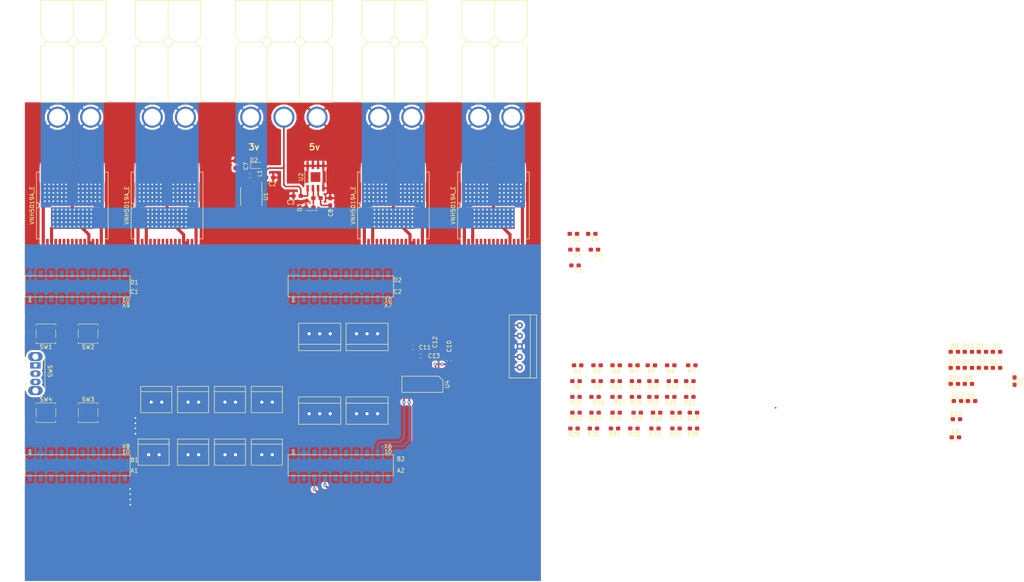
<source format=kicad_pcb>
(kicad_pcb (version 20171130) (host pcbnew "(5.0.0)")
  (layers (0 F.Cu signal) (31 B.Cu signal) (34 B.Paste user) (35 F.Paste user) (36 B.SilkS user) (37 F.SilkS user) (38 B.Mask user) (39 F.Mask user) (44 Edge.Cuts user))
  (net 0 "")
  (net 1 IN_A4)
  (net 2 GND)
  (net 3 LS_7)
  (net 4 IN_B1)
  (net 5 IN_A1)
  (net 6 IN_A2)
  (net 7 IN_B2)
  (net 8 LS_2)
  (net 9 IN_B3)
  (net 10 IN_A3)
  (net 11 LS_1)
  (net 12 LS_3)
  (net 13 LS_5)
  (net 14 LS_4)
  (net 15 LS_6)
  (net 16 LS_8)
  (net 17 "Net-(D1-Pad2)")
  (net 18 "Net-(U3-PadPM6)")
  (net 19 "Net-(U3-PadPQ0)")
  (net 20 "Net-(U3-PadRese)")
  (net 21 "Net-(U3-PadPA7)")
  (net 22 "Net-(U3-PadPN5)")
  (net 23 "Net-(U3-Pad+5V)")
  (net 24 "Net-(U3-PadPD2)")
  (net 25 "Net-(U3-PadPP4)")
  (net 26 "Net-(U3-PadPN4)")
  (net 27 "Net-(U3-PadPK5)")
  (net 28 "Net-(U3-PadPM2)")
  (net 29 "Net-(U3-PadPM7)")
  (net 30 "Net-(U3-PadPP5)")
  (net 31 RX_1_Tiva)
  (net 32 TX_1_Tiva)
  (net 33 "Net-(U3-PadPM3)")
  (net 34 "Net-(U3-PadPP2)")
  (net 35 "Net-(C10-Pad1)")
  (net 36 "Net-(C11-Pad1)")
  (net 37 RX_1_SL)
  (net 38 TX_1_SL)
  (net 39 +12V)
  (net 40 "Net-(U5-Pad2)")
  (net 41 "Net-(U5-Pad11)")
  (net 42 "Net-(U5-Pad14)")
  (net 43 "Net-(U5-Pad17)")
  (net 44 "Net-(U5-Pad22)")
  (net 45 "Net-(U5-Pad24)")
  (net 46 "Net-(U5-Pad29)")
  (net 47 "Net-(U6-Pad29)")
  (net 48 "Net-(U6-Pad24)")
  (net 49 "Net-(U6-Pad22)")
  (net 50 "Net-(U6-Pad17)")
  (net 51 "Net-(U6-Pad14)")
  (net 52 "Net-(U6-Pad11)")
  (net 53 "Net-(U6-Pad2)")
  (net 54 I_Sense_1)
  (net 55 I_Sense_2)
  (net 56 I_Sense_3)
  (net 57 I_Sense_4)
  (net 58 IN_B4)
  (net 59 RX_2_SL)
  (net 60 TX_2_SL)
  (net 61 "Net-(U3-PadPL5)")
  (net 62 "Net-(U3-PadPN2)")
  (net 63 "Net-(U3-PadPN3)")
  (net 64 RX_2_Tiva)
  (net 65 TX_2_Tiva)
  (net 66 "Net-(U3-PadPE3)")
  (net 67 +3V3)
  (net 68 12vLog)
  (net 69 +5V)
  (net 70 "Net-(C12-Pad1)")
  (net 71 "Net-(C12-Pad2)")
  (net 72 "Net-(C13-Pad2)")
  (net 73 "Net-(C13-Pad1)")
  (net 74 "Net-(D2-Pad1)")
  (net 75 "Net-(D3-Pad1)")
  (net 76 "Net-(D4-Pad2)")
  (net 77 "Net-(D5-Pad2)")
  (net 78 "Net-(D6-Pad2)")
  (net 79 "Net-(D7-Pad2)")
  (net 80 "Net-(D8-Pad2)")
  (net 81 "Net-(D9-Pad2)")
  (net 82 "Net-(D10-Pad2)")
  (net 83 "Net-(D11-Pad2)")
  (net 84 "Net-(D12-Pad2)")
  (net 85 "Net-(D13-Pad2)")
  (net 86 "Net-(D14-Pad2)")
  (net 87 "Net-(D15-Pad2)")
  (net 88 "Net-(D16-Pad2)")
  (net 89 "Net-(D17-Pad2)")
  (net 90 12vAct)
  (net 91 Out_A1M1)
  (net 92 Out_A1M2)
  (net 93 Out_A1M3)
  (net 94 Out_A1M4)
  (net 95 ENC_1)
  (net 96 ENC_2)
  (net 97 ENC_3)
  (net 98 ENC_4)
  (net 99 "Net-(R21-Pad1)")
  (net 100 Mo1_PWM)
  (net 101 "Net-(R22-Pad1)")
  (net 102 "Net-(R23-Pad1)")
  (net 103 "Net-(R24-Pad1)")
  (net 104 "Net-(R25-Pad1)")
  (net 105 Mo2_PWM)
  (net 106 "Net-(R26-Pad1)")
  (net 107 LED_1)
  (net 108 LED_2)
  (net 109 LED_3)
  (net 110 "Net-(R30-Pad1)")
  (net 111 Mo3_PWM)
  (net 112 "Net-(R31-Pad1)")
  (net 113 "Net-(R32-Pad1)")
  (net 114 "Net-(R33-Pad1)")
  (net 115 Mo4_PWM)
  (net 116 "Net-(R34-Pad1)")
  (net 117 "Net-(R35-Pad1)")
  (net 118 "Net-(U3-PadPK2)")
  (net 119 "Net-(U3-PadPB4)")
  (net 120 "Net-(U3-PadPB5)")
  (net 121 "Net-(U3-PadPK3)")
  (net 122 "Net-(U3-PadPK7)")
  (net 123 "Net-(U3-PadPE0)")
  (net 124 "Net-(U3-PadPF3)")
  (net 125 "Net-(U3-PadPH2)")
  (net 126 "Net-(U3-PadPH3)")
  (net 127 "Net-(Conn16-Pad2)")
  (net 128 "Net-(Conn17-Pad2)")
  (net 129 /Out_A2M2)
  (net 130 "Net-(U7-Pad2)")
  (net 131 /Out_A3M3)
  (net 132 /Out_A4M4)
  (net 133 "Net-(U8-Pad2)")
  (net 134 "Net-(Conn18-Pad2)")
  (net 135 "Net-(Conn19-Pad2)")
  (net 136 Mo1_SW)
  (net 137 Mo2_SW)
  (net 138 Mo3_SW)
  (net 139 Mo4_SW)
  (net 140 DIRECTION_SW)
  (net 141 "Net-(SW5-Pad3)")
  (net 142 "Net-(U7-Pad11)")
  (net 143 "Net-(U7-Pad14)")
  (net 144 "Net-(U7-Pad17)")
  (net 145 "Net-(U7-Pad22)")
  (net 146 "Net-(U7-Pad24)")
  (net 147 "Net-(U7-Pad29)")
  (net 148 "Net-(U8-Pad29)")
  (net 149 "Net-(U8-Pad24)")
  (net 150 "Net-(U8-Pad22)")
  (net 151 "Net-(U8-Pad17)")
  (net 152 "Net-(U8-Pad14)")
  (net 153 "Net-(U8-Pad11)")
  (net 154 "Net-(U3-PadPB2)")
  (net 155 "Net-(U3-PadPE4)")
  (net 156 "Net-(U3-PadPC4)")
  (net 157 "Net-(U3-PadPC5)")
  (module MRDT_ICs:MultiPowerSO_30 (layer F.Cu) (at 50.8 73.152 90)
    (fp_text reference U5 hide)
    (fp_text value VNH5019A_E (at 0.0254 -9.7282 90) (layer F.SilkS))
    (pad 1 smd rect (at -9.0043 -6.999999 90) (size 1.8542 0.635) (layers F.Cu F.Paste F.Mask) (net 91 Out_A1M1))
    (pad 2 smd rect (at -9.0043 -6.000001 90) (size 1.8542 0.635) (layers F.Cu F.Paste F.Mask) (net 40 "Net-(U5-Pad2)"))
    (pad 3 smd rect (at -9.0043 -5 90) (size 1.8542 0.635) (layers F.Cu F.Paste F.Mask) (net 39 +12V))
    (pad 4 smd rect (at -9.0043 -4 90) (size 1.8542 0.635) (layers F.Cu F.Paste F.Mask) (net 99 "Net-(R21-Pad1)"))
    (pad 5 smd rect (at -9.0043 -2.999999 90) (size 1.8542 0.635) (layers F.Cu F.Paste F.Mask) (net 67 +3V3))
    (pad 6 smd rect (at -9.0043 -2.000001 90) (size 1.8542 0.635) (layers F.Cu F.Paste F.Mask) (net 67 +3V3))
    (pad 7 smd rect (at -9.0043 -1.000001 90) (size 1.8542 0.635) (layers F.Cu F.Paste F.Mask) (net 101 "Net-(R22-Pad1)"))
    (pad 8 smd rect (at -9.0043 0 90) (size 1.8542 0.635) (layers F.Cu F.Paste F.Mask) (net 54 I_Sense_1))
    (pad 9 smd rect (at -9.0043 1.000001 90) (size 1.8542 0.635) (layers F.Cu F.Paste F.Mask) (net 67 +3V3))
    (pad 10 smd rect (at -9.0043 2.000001 90) (size 1.8542 0.635) (layers F.Cu F.Paste F.Mask) (net 102 "Net-(R23-Pad1)"))
    (pad 11 smd rect (at -9.0043 2.999999 90) (size 1.8542 0.635) (layers F.Cu F.Paste F.Mask) (net 41 "Net-(U5-Pad11)"))
    (pad 12 smd rect (at -9.0043 4 90) (size 1.8542 0.635) (layers F.Cu F.Paste F.Mask) (net 39 +12V))
    (pad 13 smd rect (at -9.0043 5 90) (size 1.8542 0.635) (layers F.Cu F.Paste F.Mask) (net 39 +12V))
    (pad 14 smd rect (at -9.0043 6.000001 90) (size 1.8542 0.635) (layers F.Cu F.Paste F.Mask) (net 42 "Net-(U5-Pad14)"))
    (pad 15 smd rect (at -9.0043 7.000001 90) (size 1.8542 0.635) (layers F.Cu F.Paste F.Mask) (net 127 "Net-(Conn16-Pad2)"))
    (pad 16 smd rect (at 9.0043 6.999999 90) (size 1.8542 0.635) (layers F.Cu F.Paste F.Mask) (net 127 "Net-(Conn16-Pad2)"))
    (pad 17 smd rect (at 9.0043 6.000001 90) (size 1.8542 0.635) (layers F.Cu F.Paste F.Mask) (net 43 "Net-(U5-Pad17)"))
    (pad 18 smd rect (at 9.0043 5 90) (size 1.8542 0.635) (layers F.Cu F.Paste F.Mask) (net 2 GND))
    (pad 19 smd rect (at 9.0043 4 90) (size 1.8542 0.635) (layers F.Cu F.Paste F.Mask) (net 2 GND))
    (pad 20 smd rect (at 9.0043 2.999999 90) (size 1.8542 0.635) (layers F.Cu F.Paste F.Mask) (net 2 GND))
    (pad 21 smd rect (at 9.0043 2.000001 90) (size 1.8542 0.635) (layers F.Cu F.Paste F.Mask) (net 127 "Net-(Conn16-Pad2)"))
    (pad 22 smd rect (at 9.0043 1.000001 90) (size 1.8542 0.635) (layers F.Cu F.Paste F.Mask) (net 44 "Net-(U5-Pad22)"))
    (pad 23 smd rect (at 9.0043 0 90) (size 1.8542 0.635) (layers F.Cu F.Paste F.Mask) (net 39 +12V))
    (pad 24 smd rect (at 9.0043 -1.000001 90) (size 1.8542 0.635) (layers F.Cu F.Paste F.Mask) (net 45 "Net-(U5-Pad24)"))
    (pad 25 smd rect (at 9.0043 -2.000001 90) (size 1.8542 0.635) (layers F.Cu F.Paste F.Mask) (net 91 Out_A1M1))
    (pad 26 smd rect (at 9.0043 -2.999999 90) (size 1.8542 0.635) (layers F.Cu F.Paste F.Mask) (net 2 GND))
    (pad 27 smd rect (at 9.0043 -4 90) (size 1.8542 0.635) (layers F.Cu F.Paste F.Mask) (net 2 GND))
    (pad 28 smd rect (at 9.0043 -5 90) (size 1.8542 0.635) (layers F.Cu F.Paste F.Mask) (net 2 GND))
    (pad 29 smd rect (at 9.0043 -6.000001 90) (size 1.8542 0.635) (layers F.Cu F.Paste F.Mask) (net 46 "Net-(U5-Pad29)"))
    (pad 30 smd rect (at 9.0043 -7.000001 90) (size 1.8542 0.635) (layers F.Cu F.Paste F.Mask) (net 91 Out_A1M1))
    (pad 31 smd rect (at 3.048 -4.1656 90) (size 5.2578 6.223) (layers F.Cu F.Paste F.Mask) (net 91 Out_A1M1))
    (pad 32 smd rect (at -3.048 0 90) (size 5.2578 10.3124) (layers F.Cu F.Paste F.Mask) (net 39 +12V))
    (pad 33 smd rect (at 3.048 4.1656 90) (size 5.2578 6.223) (layers F.Cu F.Paste F.Mask) (net 127 "Net-(Conn16-Pad2)"))
  )
  (module MRDT_Shields:TM4C129E_Launchpad_FULL_Bottom_SMD (layer F.Cu) (at 39.37 138.43)
    (fp_text reference U3 hide)
    (fp_text value TM4C129E_Launchpad hide)
    (fp_text user 1 (at 1.27 -42.418 180) (layer F.SilkS))
    (fp_text user 10 (at 24.384 -42.418 180) (layer F.SilkS))
    (fp_text user 1 (at 1.27 -5.842 180) (layer F.SilkS))
    (fp_text user 10 (at 24.384 -5.842 180) (layer F.SilkS))
    (fp_text user 1 (at 64.77 -42.418 180) (layer F.SilkS))
    (fp_text user 10 (at 87.63 -42.418 180) (layer F.SilkS))
    (fp_text user 10 (at 87.63 -5.842 180) (layer F.SilkS))
    (fp_text user 1 (at 64.77 -5.842 180) (layer F.SilkS))
    (fp_text user X9 (at 24.384 -41.148 180) (layer F.SilkS))
    (fp_text user X8 (at 24.384 -7.112 180) (layer F.SilkS))
    (fp_text user X7 (at 87.63 -41.148 180) (layer F.SilkS))
    (fp_text user X6 (at 87.63 -7.112) (layer F.SilkS))
    (fp_text user C1 (at 26.416 -44.45 180) (layer F.SilkS))
    (fp_text user D1 (at 26.416 -46.736 180) (layer F.SilkS))
    (fp_text user C2 (at 89.916 -44.45 180) (layer F.SilkS))
    (fp_text user D2 (at 89.916 -47.244) (layer F.SilkS))
    (fp_text user B1 (at 26.416 -3.81 180) (layer F.SilkS))
    (fp_text user A1 (at 26.416 -1.27 180) (layer F.SilkS))
    (fp_text user B2 (at 90.678 -4.064 180) (layer F.SilkS))
    (fp_text user A2 (at 90.678 -1.27 180) (layer F.SilkS))
    (pad +3V3 smd rect (at 64.77 0.4064 180) (size 0.9906 1.778) (layers B.Cu B.Paste B.Mask) (net 67 +3V3))
    (pad PM6 smd rect (at 87.63 -48.6664 180) (size 0.9906 1.778) (layers B.Cu B.Paste B.Mask) (net 18 "Net-(U3-PadPM6)"))
    (pad PQ1 smd rect (at 85.09 -48.6664 180) (size 0.9906 1.778) (layers B.Cu B.Paste B.Mask) (net 58 IN_B4))
    (pad PQ2 smd rect (at 77.47 -48.6664 180) (size 0.9906 1.778) (layers B.Cu B.Paste B.Mask) (net 10 IN_A3))
    (pad PK0 smd rect (at 74.93 -5.4864 180) (size 0.9906 1.778) (layers B.Cu B.Paste B.Mask) (net 56 I_Sense_3))
    (pad PQ3 smd rect (at 80.01 -48.6664 180) (size 0.9906 1.778) (layers B.Cu B.Paste B.Mask) (net 9 IN_B3))
    (pad PP3 smd rect (at 82.55 -48.6664 180) (size 0.9906 1.778) (layers B.Cu B.Paste B.Mask) (net 1 IN_A4))
    (pad PQ0 smd rect (at 80.01 0.4064 180) (size 0.9906 1.778) (layers B.Cu B.Paste B.Mask) (net 19 "Net-(U3-PadPQ0)"))
    (pad PA4 smd rect (at 85.09 -5.4864 180) (size 0.9906 1.778) (layers B.Cu B.Paste B.Mask) (net 64 RX_2_Tiva))
    (pad Rese smd rect (at 74.93 -48.6664 180) (size 0.9906 1.778) (layers B.Cu B.Paste B.Mask) (net 20 "Net-(U3-PadRese)"))
    (pad PA7 smd rect (at 72.39 -48.6664 180) (size 0.9906 1.778) (layers B.Cu B.Paste B.Mask) (net 21 "Net-(U3-PadPA7)"))
    (pad PN5 smd rect (at 85.09 0.4064 180) (size 0.9906 1.778) (layers B.Cu B.Paste B.Mask) (net 22 "Net-(U3-PadPN5)"))
    (pad PK2 smd rect (at 80.01 -5.4864 180) (size 0.9906 1.778) (layers B.Cu B.Paste B.Mask) (net 118 "Net-(U3-PadPK2)"))
    (pad PK1 smd rect (at 77.47 -5.4864 180) (size 0.9906 1.778) (layers B.Cu B.Paste B.Mask) (net 57 I_Sense_4))
    (pad +5V smd rect (at 64.77 -5.4864 180) (size 0.9906 1.778) (layers B.Cu B.Paste B.Mask) (net 23 "Net-(U3-Pad+5V)"))
    (pad GND smd rect (at 67.31 -5.4864 180) (size 0.9906 1.778) (layers B.Cu B.Paste B.Mask) (net 2 GND))
    (pad PB4 smd rect (at 69.85 -5.4864 180) (size 0.9906 1.778) (layers B.Cu B.Paste B.Mask) (net 119 "Net-(U3-PadPB4)"))
    (pad PB5 smd rect (at 72.39 -5.4864 180) (size 0.9906 1.778) (layers B.Cu B.Paste B.Mask) (net 120 "Net-(U3-PadPB5)"))
    (pad PK3 smd rect (at 82.55 -5.4864 180) (size 0.9906 1.778) (layers B.Cu B.Paste B.Mask) (net 121 "Net-(U3-PadPK3)"))
    (pad PA5 smd rect (at 87.63 -5.4864 180) (size 0.9906 1.778) (layers B.Cu B.Paste B.Mask) (net 65 TX_2_Tiva))
    (pad PD2 smd rect (at 67.31 0.4064 180) (size 0.9906 1.778) (layers B.Cu B.Paste B.Mask) (net 24 "Net-(U3-PadPD2)"))
    (pad PP0 smd rect (at 69.85 0.4064 180) (size 0.9906 1.778) (layers B.Cu B.Paste B.Mask) (net 31 RX_1_Tiva))
    (pad PP1 smd rect (at 72.39 0.4064 180) (size 0.9906 1.778) (layers B.Cu B.Paste B.Mask) (net 32 TX_1_Tiva))
    (pad PD4 smd rect (at 74.93 0.4064 180) (size 0.9906 1.778) (layers B.Cu B.Paste B.Mask) (net 97 ENC_3))
    (pad PD5 smd rect (at 77.47 0.4064 180) (size 0.9906 1.778) (layers B.Cu B.Paste B.Mask) (net 98 ENC_4))
    (pad PP4 smd rect (at 82.55 0.4064 180) (size 0.9906 1.778) (layers B.Cu B.Paste B.Mask) (net 25 "Net-(U3-PadPP4)"))
    (pad PN4 smd rect (at 87.63 0.4064 180) (size 0.9906 1.778) (layers B.Cu B.Paste B.Mask) (net 26 "Net-(U3-PadPN4)"))
    (pad PG1 smd rect (at 64.77 -42.7736 180) (size 0.9906 1.778) (layers B.Cu B.Paste B.Mask) (net 111 Mo3_PWM))
    (pad PK4 smd rect (at 67.31 -42.7736 180) (size 0.9906 1.778) (layers B.Cu B.Paste B.Mask) (net 115 Mo4_PWM))
    (pad PK5 smd rect (at 69.85 -42.7736 180) (size 0.9906 1.778) (layers B.Cu B.Paste B.Mask) (net 27 "Net-(U3-PadPK5)"))
    (pad PM0 smd rect (at 72.39 -42.7736 180) (size 0.9906 1.778) (layers B.Cu B.Paste B.Mask) (net 95 ENC_1))
    (pad PM1 smd rect (at 74.93 -42.7736 180) (size 0.9906 1.778) (layers B.Cu B.Paste B.Mask) (net 96 ENC_2))
    (pad PM2 smd rect (at 77.47 -42.7736 180) (size 0.9906 1.778) (layers B.Cu B.Paste B.Mask) (net 28 "Net-(U3-PadPM2)"))
    (pad PH0 smd rect (at 80.01 -42.7736 180) (size 0.9906 1.778) (layers B.Cu B.Paste B.Mask) (net 107 LED_1))
    (pad PH1 smd rect (at 82.55 -42.7736 180) (size 0.9906 1.778) (layers B.Cu B.Paste B.Mask) (net 108 LED_2))
    (pad PK6 smd rect (at 85.09 -42.7736 180) (size 0.9906 1.778) (layers B.Cu B.Paste B.Mask) (net 109 LED_3))
    (pad PK7 smd rect (at 87.63 -42.7736 180) (size 0.9906 1.778) (layers B.Cu B.Paste B.Mask) (net 122 "Net-(U3-PadPK7)"))
    (pad GND smd rect (at 64.77 -48.6664 180) (size 0.9906 1.778) (layers B.Cu B.Paste B.Mask) (net 2 GND))
    (pad PM7 smd rect (at 67.31 -48.6664 180) (size 0.9906 1.778) (layers B.Cu B.Paste B.Mask) (net 29 "Net-(U3-PadPM7)"))
    (pad PP5 smd rect (at 69.85 -48.6664 180) (size 0.9906 1.778) (layers B.Cu B.Paste B.Mask) (net 30 "Net-(U3-PadPP5)"))
    (pad +5V smd rect (at 1.27 -5.4864 180) (size 0.9906 1.778) (layers B.Cu B.Paste B.Mask) (net 23 "Net-(U3-Pad+5V)"))
    (pad GND smd rect (at 3.81 -5.4864 180) (size 0.9906 1.778) (layers B.Cu B.Paste B.Mask) (net 2 GND))
    (pad PE0 smd rect (at 6.35 -5.4864 180) (size 0.9906 1.778) (layers B.Cu B.Paste B.Mask) (net 123 "Net-(U3-PadPE0)"))
    (pad PE1 smd rect (at 8.89 -5.4864 180) (size 0.9906 1.778) (layers B.Cu B.Paste B.Mask) (net 139 Mo4_SW))
    (pad PE2 smd rect (at 11.43 -5.4864 180) (size 0.9906 1.778) (layers B.Cu B.Paste B.Mask) (net 138 Mo3_SW))
    (pad PE3 smd rect (at 13.97 -5.4864 180) (size 0.9906 1.778) (layers B.Cu B.Paste B.Mask) (net 66 "Net-(U3-PadPE3)"))
    (pad PD7 smd rect (at 16.51 -5.4864 180) (size 0.9906 1.778) (layers B.Cu B.Paste B.Mask) (net 13 LS_5))
    (pad PA6 smd rect (at 19.05 -5.4864 180) (size 0.9906 1.778) (layers B.Cu B.Paste B.Mask) (net 15 LS_6))
    (pad PM4 smd rect (at 21.59 -5.4864 180) (size 0.9906 1.778) (layers B.Cu B.Paste B.Mask) (net 3 LS_7))
    (pad PM5 smd rect (at 24.13 -5.4864 180) (size 0.9906 1.778) (layers B.Cu B.Paste B.Mask) (net 16 LS_8))
    (pad +3V3 smd rect (at 1.27 0.4064 180) (size 0.9906 1.778) (layers B.Cu B.Paste B.Mask) (net 67 +3V3))
    (pad PE4 smd rect (at 3.81 0.4064 180) (size 0.9906 1.778) (layers B.Cu B.Paste B.Mask) (net 155 "Net-(U3-PadPE4)"))
    (pad PC4 smd rect (at 6.35 0.4064 180) (size 0.9906 1.778) (layers B.Cu B.Paste B.Mask) (net 156 "Net-(U3-PadPC4)"))
    (pad PC5 smd rect (at 8.89 0.4064 180) (size 0.9906 1.778) (layers B.Cu B.Paste B.Mask) (net 157 "Net-(U3-PadPC5)"))
    (pad PC6 smd rect (at 11.43 0.4064 180) (size 0.9906 1.778) (layers B.Cu B.Paste B.Mask) (net 11 LS_1))
    (pad PE5 smd rect (at 13.97 0.4064 180) (size 0.9906 1.778) (layers B.Cu B.Paste B.Mask) (net 8 LS_2))
    (pad PD3 smd rect (at 16.51 0.4064 180) (size 0.9906 1.778) (layers B.Cu B.Paste B.Mask) (net 12 LS_3))
    (pad PC7 smd rect (at 19.05 0.4064 180) (size 0.9906 1.778) (layers B.Cu B.Paste B.Mask) (net 14 LS_4))
    (pad PB2 smd rect (at 21.59 0.4064 180) (size 0.9906 1.778) (layers B.Cu B.Paste B.Mask) (net 154 "Net-(U3-PadPB2)"))
    (pad PB3 smd rect (at 24.13 0.4064 180) (size 0.9906 1.778) (layers B.Cu B.Paste B.Mask) (net 140 DIRECTION_SW))
    (pad PF1 smd rect (at 1.27 -42.7736 180) (size 0.9906 1.778) (layers B.Cu B.Paste B.Mask) (net 100 Mo1_PWM))
    (pad PF2 smd rect (at 3.81 -42.7736 180) (size 0.9906 1.778) (layers B.Cu B.Paste B.Mask) (net 105 Mo2_PWM))
    (pad PF3 smd rect (at 6.35 -42.7736 180) (size 0.9906 1.778) (layers B.Cu B.Paste B.Mask) (net 124 "Net-(U3-PadPF3)"))
    (pad PG0 smd rect (at 8.89 -42.7736 180) (size 0.9906 1.778) (layers B.Cu B.Paste B.Mask) (net 136 Mo1_SW))
    (pad PL4 smd rect (at 11.43 -42.7736 180) (size 0.9906 1.778) (layers B.Cu B.Paste B.Mask) (net 137 Mo2_SW))
    (pad PL5 smd rect (at 13.97 -42.7736 180) (size 0.9906 1.778) (layers B.Cu B.Paste B.Mask) (net 61 "Net-(U3-PadPL5)"))
    (pad PL0 smd rect (at 16.51 -42.7736 180) (size 0.9906 1.778) (layers B.Cu B.Paste B.Mask) (net 5 IN_A1))
    (pad PL1 smd rect (at 19.05 -42.7736 180) (size 0.9906 1.778) (layers B.Cu B.Paste B.Mask) (net 4 IN_B1))
    (pad PL2 smd rect (at 21.59 -42.7736 180) (size 0.9906 1.778) (layers B.Cu B.Paste B.Mask) (net 6 IN_A2))
    (pad PL3 smd rect (at 24.13 -42.7736 180) (size 0.9906 1.778) (layers B.Cu B.Paste B.Mask) (net 7 IN_B2))
    (pad GND smd rect (at 1.27 -48.6664 180) (size 0.9906 1.778) (layers B.Cu B.Paste B.Mask) (net 2 GND))
    (pad PM3 smd rect (at 3.81 -48.6664 180) (size 0.9906 1.778) (layers B.Cu B.Paste B.Mask) (net 33 "Net-(U3-PadPM3)"))
    (pad PH2 smd rect (at 6.35 -48.6664 180) (size 0.9906 1.778) (layers B.Cu B.Paste B.Mask) (net 125 "Net-(U3-PadPH2)"))
    (pad PH3 smd rect (at 8.89 -48.6664 180) (size 0.9906 1.778) (layers B.Cu B.Paste B.Mask) (net 126 "Net-(U3-PadPH3)"))
    (pad Rese smd rect (at 11.43 -48.6664 180) (size 0.9906 1.778) (layers B.Cu B.Paste B.Mask) (net 20 "Net-(U3-PadRese)"))
    (pad PD1 smd rect (at 13.97 -48.6664 180) (size 0.9906 1.778) (layers B.Cu B.Paste B.Mask) (net 54 I_Sense_1))
    (pad PD0 smd rect (at 16.51 -48.6664 180) (size 0.9906 1.778) (layers B.Cu B.Paste B.Mask) (net 55 I_Sense_2))
    (pad PN2 smd rect (at 19.05 -48.6664 180) (size 0.9906 1.778) (layers B.Cu B.Paste B.Mask) (net 62 "Net-(U3-PadPN2)"))
    (pad PN3 smd rect (at 21.59 -48.6664 180) (size 0.9906 1.778) (layers B.Cu B.Paste B.Mask) (net 63 "Net-(U3-PadPN3)"))
    (pad PP2 smd rect (at 24.13 -48.6664 180) (size 0.9906 1.778) (layers B.Cu B.Paste B.Mask) (net 34 "Net-(U3-PadPP2)"))
  )
  (module Resistor_SMD:R_0603_1608Metric_Pad1.05x0.95mm_HandSolder (layer F.Cu) (at 182.005 115.57 180)
    (fp_text reference R10 (at 0 -1.43 180) (layer F.SilkS))
    (fp_text value 500)
    (pad 1 smd roundrect (at -0.875 0 180) (size 1.05 0.95) (layers F.Cu F.Paste F.Mask) (net 2 GND))
    (pad 2 smd roundrect (at 0.875 0 180) (size 1.05 0.95) (layers F.Cu F.Paste F.Mask) (net 3 LS_7))
  )
  (module Resistor_SMD:R_0603_1608Metric_Pad1.05x0.95mm_HandSolder (layer F.Cu) (at 176.925 119.38)
    (fp_text reference R16 (at 0.875 1.411) (layer F.SilkS))
    (fp_text value 500)
    (pad 2 smd roundrect (at 0.875 0) (size 1.05 0.95) (layers F.Cu F.Paste F.Mask) (net 38 TX_1_SL))
    (pad 1 smd roundrect (at -0.875 0) (size 1.05 0.95) (layers F.Cu F.Paste F.Mask) (net 82 "Net-(D10-Pad2)"))
  )
  (module Resistor_SMD:R_0603_1608Metric_Pad1.05x0.95mm_HandSolder (layer F.Cu) (at 172.325 119.38 180)
    (fp_text reference R15 (at 0 -1.43 180) (layer F.SilkS))
    (fp_text value 500)
    (pad 1 smd roundrect (at -0.875 0 180) (size 1.05 0.95) (layers F.Cu F.Paste F.Mask) (net 81 "Net-(D9-Pad2)"))
    (pad 2 smd roundrect (at 0.875 0 180) (size 1.05 0.95) (layers F.Cu F.Paste F.Mask) (net 37 RX_1_SL))
  )
  (module Resistor_SMD:R_0603_1608Metric_Pad1.05x0.95mm_HandSolder (layer F.Cu) (at 199.785 115.57 180)
    (fp_text reference R14 (at 0 -1.43 180) (layer F.SilkS))
    (fp_text value 500)
    (pad 2 smd roundrect (at 0.875 0 180) (size 1.05 0.95) (layers F.Cu F.Paste F.Mask) (net 94 Out_A1M4))
    (pad 1 smd roundrect (at -0.875 0 180) (size 1.05 0.95) (layers F.Cu F.Paste F.Mask) (net 80 "Net-(D8-Pad2)"))
  )
  (module Resistor_SMD:R_0603_1608Metric_Pad1.05x0.95mm_HandSolder (layer F.Cu) (at 195.58 115.57 180)
    (fp_text reference R13 (at 0 -1.43 180) (layer F.SilkS))
    (fp_text value 500)
    (pad 1 smd roundrect (at -0.875 0 180) (size 1.05 0.95) (layers F.Cu F.Paste F.Mask) (net 79 "Net-(D7-Pad2)"))
    (pad 2 smd roundrect (at 0.875 0 180) (size 1.05 0.95) (layers F.Cu F.Paste F.Mask) (net 93 Out_A1M3))
  )
  (module Resistor_SMD:R_0603_1608Metric_Pad1.05x0.95mm_HandSolder (layer F.Cu) (at 186.69 119.38 180)
    (fp_text reference R18 (at 0 -1.43 180) (layer F.SilkS))
    (fp_text value 500)
    (pad 1 smd roundrect (at -0.875 0 180) (size 1.05 0.95) (layers F.Cu F.Paste F.Mask) (net 84 "Net-(D12-Pad2)"))
    (pad 2 smd roundrect (at 0.875 0 180) (size 1.05 0.95) (layers F.Cu F.Paste F.Mask) (net 96 ENC_2))
  )
  (module Resistor_SMD:R_0603_1608Metric_Pad1.05x0.95mm_HandSolder (layer F.Cu) (at 190.895 119.38)
    (fp_text reference R19 (at 0 1.27) (layer F.SilkS))
    (fp_text value 500)
    (pad 1 smd roundrect (at -0.875 0) (size 1.05 0.95) (layers F.Cu F.Paste F.Mask) (net 85 "Net-(D13-Pad2)"))
    (pad 2 smd roundrect (at 0.875 0) (size 1.05 0.95) (layers F.Cu F.Paste F.Mask) (net 97 ENC_3))
  )
  (module Resistor_SMD:R_0603_1608Metric_Pad1.05x0.95mm_HandSolder (layer F.Cu) (at 190.895 115.57 180)
    (fp_text reference R12 (at 0 -1.43 180) (layer F.SilkS))
    (fp_text value 500)
    (pad 2 smd roundrect (at 0.875 0 180) (size 1.05 0.95) (layers F.Cu F.Paste F.Mask) (net 92 Out_A1M2))
    (pad 1 smd roundrect (at -0.875 0 180) (size 1.05 0.95) (layers F.Cu F.Paste F.Mask) (net 78 "Net-(D6-Pad2)"))
  )
  (module Resistor_SMD:R_0603_1608Metric_Pad1.05x0.95mm_HandSolder (layer F.Cu) (at 195.185 119.38 180)
    (fp_text reference R20 (at 0 -1.43 180) (layer F.SilkS))
    (fp_text value 500)
    (pad 2 smd roundrect (at 0.875 0 180) (size 1.05 0.95) (layers F.Cu F.Paste F.Mask) (net 98 ENC_4))
    (pad 1 smd roundrect (at -0.875 0 180) (size 1.05 0.95) (layers F.Cu F.Paste F.Mask) (net 86 "Net-(D14-Pad2)"))
  )
  (module Resistor_SMD:R_0603_1608Metric_Pad1.05x0.95mm_HandSolder (layer F.Cu) (at 182.005 119.38)
    (fp_text reference R17 (at 0.875 1.27) (layer F.SilkS))
    (fp_text value 500)
    (pad 2 smd roundrect (at 0.875 0) (size 1.05 0.95) (layers F.Cu F.Paste F.Mask) (net 95 ENC_1))
    (pad 1 smd roundrect (at -0.875 0) (size 1.05 0.95) (layers F.Cu F.Paste F.Mask) (net 83 "Net-(D11-Pad2)"))
  )
  (module Resistor_SMD:R_0603_1608Metric_Pad1.05x0.95mm_HandSolder (layer F.Cu) (at 177.405 115.57 180)
    (fp_text reference R9 (at 0 -1.43 180) (layer F.SilkS))
    (fp_text value 500)
    (pad 1 smd roundrect (at -0.875 0 180) (size 1.05 0.95) (layers F.Cu F.Paste F.Mask) (net 2 GND))
    (pad 2 smd roundrect (at 0.875 0 180) (size 1.05 0.95) (layers F.Cu F.Paste F.Mask) (net 15 LS_6))
  )
  (module Resistor_SMD:R_0603_1608Metric_Pad1.05x0.95mm_HandSolder (layer F.Cu) (at 186.69 115.57 180)
    (fp_text reference R11 (at 0 -1.43 180) (layer F.SilkS))
    (fp_text value 500)
    (pad 1 smd roundrect (at -0.875 0 180) (size 1.05 0.95) (layers F.Cu F.Paste F.Mask) (net 2 GND))
    (pad 2 smd roundrect (at 0.875 0 180) (size 1.05 0.95) (layers F.Cu F.Paste F.Mask) (net 16 LS_8))
  )
  (module LED_SMD:LED_0603_1608Metric_Pad1.05x0.95mm_HandSolder (layer F.Cu) (at 267.746001 120.373001)
    (fp_text reference D6 (at 0 -1.43) (layer F.SilkS))
    (fp_text value LED)
    (pad 2 smd roundrect (at 0.875 0) (size 1.05 0.95) (layers F.Cu F.Paste F.Mask) (net 78 "Net-(D6-Pad2)"))
    (pad 1 smd roundrect (at -0.875 0) (size 1.05 0.95) (layers F.Cu F.Paste F.Mask) (net 2 GND))
  )
  (module LED_SMD:LED_0603_1608Metric_Pad1.05x0.95mm_HandSolder (layer F.Cu) (at 263.594001 108.491001)
    (fp_text reference D9 (at 0 -1.43) (layer F.SilkS))
    (fp_text value LED)
    (pad 1 smd roundrect (at -0.875 0) (size 1.05 0.95) (layers F.Cu F.Paste F.Mask) (net 2 GND))
    (pad 2 smd roundrect (at 0.875 0) (size 1.05 0.95) (layers F.Cu F.Paste F.Mask) (net 81 "Net-(D9-Pad2)"))
  )
  (module Diode_SMD:D_0603_1608Metric_Pad1.05x0.95mm_HandSolder (layer F.Cu) (at 108.091 73.66 180)
    (fp_text reference D3 (at 2.399 0 270) (layer F.SilkS))
    (fp_text value D_Schottky)
    (pad 2 smd roundrect (at 0.875 0 180) (size 1.05 0.95) (layers F.Cu F.Paste F.Mask) (net 2 GND))
    (pad 1 smd roundrect (at -0.875 0 180) (size 1.05 0.95) (layers F.Cu F.Paste F.Mask) (net 75 "Net-(D3-Pad1)"))
  )
  (module LED_SMD:LED_0603_1608Metric_Pad1.05x0.95mm_HandSolder (layer F.Cu) (at 263.594001 112.367001)
    (fp_text reference D16 (at 0 -1.43) (layer F.SilkS))
    (fp_text value LED)
    (pad 2 smd roundrect (at 0.875 0) (size 1.05 0.95) (layers F.Cu F.Paste F.Mask) (net 88 "Net-(D16-Pad2)"))
    (pad 1 smd roundrect (at -0.875 0) (size 1.05 0.95) (layers F.Cu F.Paste F.Mask) (net 2 GND))
  )
  (module LED_SMD:LED_0603_1608Metric_Pad1.05x0.95mm_HandSolder (layer F.Cu) (at 266.984001 116.243001)
    (fp_text reference D8 (at 0 -1.43) (layer F.SilkS))
    (fp_text value LED)
    (pad 2 smd roundrect (at 0.875 0) (size 1.05 0.95) (layers F.Cu F.Paste F.Mask) (net 80 "Net-(D8-Pad2)"))
    (pad 1 smd roundrect (at -0.875 0) (size 1.05 0.95) (layers F.Cu F.Paste F.Mask) (net 2 GND))
  )
  (module LED_SMD:LED_0603_1608Metric_Pad1.05x0.95mm_HandSolder (layer F.Cu) (at 264.356001 120.373001)
    (fp_text reference D12 (at 0 -1.43) (layer F.SilkS))
    (fp_text value LED)
    (pad 1 smd roundrect (at -0.875 0) (size 1.05 0.95) (layers F.Cu F.Paste F.Mask) (net 2 GND))
    (pad 2 smd roundrect (at 0.875 0) (size 1.05 0.95) (layers F.Cu F.Paste F.Mask) (net 84 "Net-(D12-Pad2)"))
  )
  (module LED_SMD:LED_0603_1608Metric_Pad1.05x0.95mm_HandSolder (layer F.Cu) (at 264.102001 124.757001)
    (fp_text reference D10 (at 0 -1.43) (layer F.SilkS))
    (fp_text value LED)
    (pad 2 smd roundrect (at 0.875 0) (size 1.05 0.95) (layers F.Cu F.Paste F.Mask) (net 82 "Net-(D10-Pad2)"))
    (pad 1 smd roundrect (at -0.875 0) (size 1.05 0.95) (layers F.Cu F.Paste F.Mask) (net 2 GND))
  )
  (module LED_SMD:LED_0603_1608Metric_Pad1.05x0.95mm_HandSolder (layer F.Cu) (at 266.984001 112.367001)
    (fp_text reference D13 (at 0 -1.43) (layer F.SilkS))
    (fp_text value LED)
    (pad 2 smd roundrect (at 0.875 0) (size 1.05 0.95) (layers F.Cu F.Paste F.Mask) (net 85 "Net-(D13-Pad2)"))
    (pad 1 smd roundrect (at -0.875 0) (size 1.05 0.95) (layers F.Cu F.Paste F.Mask) (net 2 GND))
  )
  (module LED_SMD:LED_0603_1608Metric_Pad1.05x0.95mm_HandSolder (layer F.Cu) (at 263.594001 116.243001)
    (fp_text reference D14 (at 0 -1.43) (layer F.SilkS))
    (fp_text value LED)
    (pad 1 smd roundrect (at -0.875 0) (size 1.05 0.95) (layers F.Cu F.Paste F.Mask) (net 2 GND))
    (pad 2 smd roundrect (at 0.875 0) (size 1.05 0.95) (layers F.Cu F.Paste F.Mask) (net 86 "Net-(D14-Pad2)"))
  )
  (module Resistor_SMD:R_0603_1608Metric_Pad1.05x0.95mm_HandSolder (layer F.Cu) (at 171.845 127 180)
    (fp_text reference R29 (at 0 -1.43 180) (layer F.SilkS))
    (fp_text value 500)
    (pad 2 smd roundrect (at 0.875 0 180) (size 1.05 0.95) (layers F.Cu F.Paste F.Mask) (net 109 LED_3))
    (pad 1 smd roundrect (at -0.875 0 180) (size 1.05 0.95) (layers F.Cu F.Paste F.Mask) (net 89 "Net-(D17-Pad2)"))
  )
  (module Capacitor_SMD:C_0603_1608Metric_Pad1.05x0.95mm_HandSolder (layer F.Cu) (at 138.289 109.474 180)
    (fp_text reference C12 (at 0 3.302 270) (layer F.SilkS))
    (fp_text value .1uF)
    (pad 1 smd roundrect (at -0.875 0 180) (size 1.05 0.95) (layers F.Cu F.Paste F.Mask) (net 70 "Net-(C12-Pad1)"))
    (pad 2 smd roundrect (at 0.875 0 180) (size 1.05 0.95) (layers F.Cu F.Paste F.Mask) (net 71 "Net-(C12-Pad2)"))
  )
  (module Capacitor_SMD:C_0603_1608Metric_Pad1.05x0.95mm_HandSolder (layer F.Cu) (at 134.86 109.474 180)
    (fp_text reference C13 (at -3.189 0 180) (layer F.SilkS))
    (fp_text value .1uF)
    (pad 2 smd roundrect (at 0.875 0 180) (size 1.05 0.95) (layers F.Cu F.Paste F.Mask) (net 72 "Net-(C13-Pad2)"))
    (pad 1 smd roundrect (at -0.875 0 180) (size 1.05 0.95) (layers F.Cu F.Paste F.Mask) (net 73 "Net-(C13-Pad1)"))
  )
  (module Diode_SMD:D_0603_1608Metric_Pad1.05x0.95mm_HandSolder (layer F.Cu) (at 95.49 63.5)
    (fp_text reference D2 (at -0.875 -1.27 180) (layer F.SilkS))
    (fp_text value D_Schottky)
    (pad 1 smd roundrect (at -0.875 0) (size 1.05 0.95) (layers F.Cu F.Paste F.Mask) (net 74 "Net-(D2-Pad1)"))
    (pad 2 smd roundrect (at 0.875 0) (size 1.05 0.95) (layers F.Cu F.Paste F.Mask) (net 2 GND))
  )
  (module LED_SMD:LED_0603_1608Metric_Pad1.05x0.95mm_HandSolder (layer F.Cu) (at 273.764001 108.491001)
    (fp_text reference D4 (at 0 -1.43) (layer F.SilkS))
    (fp_text value LED)
    (pad 2 smd roundrect (at 0.875 0) (size 1.05 0.95) (layers F.Cu F.Paste F.Mask) (net 76 "Net-(D4-Pad2)"))
    (pad 1 smd roundrect (at -0.875 0) (size 1.05 0.95) (layers F.Cu F.Paste F.Mask) (net 2 GND))
  )
  (module LED_SMD:LED_0603_1608Metric_Pad1.05x0.95mm_HandSolder (layer F.Cu) (at 263.848001 129.141001)
    (fp_text reference D5 (at 0 -1.43) (layer F.SilkS))
    (fp_text value LED)
    (pad 1 smd roundrect (at -0.875 0) (size 1.05 0.95) (layers F.Cu F.Paste F.Mask) (net 2 GND))
    (pad 2 smd roundrect (at 0.875 0) (size 1.05 0.95) (layers F.Cu F.Paste F.Mask) (net 77 "Net-(D5-Pad2)"))
  )
  (module LED_SMD:LED_0603_1608Metric_Pad1.05x0.95mm_HandSolder (layer F.Cu) (at 270.374001 112.367001)
    (fp_text reference D7 (at 0 -1.43) (layer F.SilkS))
    (fp_text value LED)
    (pad 1 smd roundrect (at -0.875 0) (size 1.05 0.95) (layers F.Cu F.Paste F.Mask) (net 2 GND))
    (pad 2 smd roundrect (at 0.875 0) (size 1.05 0.95) (layers F.Cu F.Paste F.Mask) (net 79 "Net-(D7-Pad2)"))
  )
  (module LED_SMD:LED_0603_1608Metric_Pad1.05x0.95mm_HandSolder (layer F.Cu) (at 270.374001 108.491001)
    (fp_text reference D11 (at 0 -1.43) (layer F.SilkS))
    (fp_text value LED)
    (pad 2 smd roundrect (at 0.875 0) (size 1.05 0.95) (layers F.Cu F.Paste F.Mask) (net 83 "Net-(D11-Pad2)"))
    (pad 1 smd roundrect (at -0.875 0) (size 1.05 0.95) (layers F.Cu F.Paste F.Mask) (net 2 GND))
  )
  (module LED_SMD:LED_0603_1608Metric_Pad1.05x0.95mm_HandSolder (layer F.Cu) (at 266.984001 108.491001)
    (fp_text reference D15 (at 0 -1.43) (layer F.SilkS))
    (fp_text value LED)
    (pad 1 smd roundrect (at -0.875 0) (size 1.05 0.95) (layers F.Cu F.Paste F.Mask) (net 2 GND))
    (pad 2 smd roundrect (at 0.875 0) (size 1.05 0.95) (layers F.Cu F.Paste F.Mask) (net 87 "Net-(D15-Pad2)"))
  )
  (module LED_SMD:LED_0603_1608Metric_Pad1.05x0.95mm_HandSolder (layer F.Cu) (at 273.764001 112.367001)
    (fp_text reference D17 (at 0 -1.43) (layer F.SilkS))
    (fp_text value LED)
    (pad 1 smd roundrect (at -0.875 0) (size 1.05 0.95) (layers F.Cu F.Paste F.Mask) (net 2 GND))
    (pad 2 smd roundrect (at 0.875 0) (size 1.05 0.95) (layers F.Cu F.Paste F.Mask) (net 89 "Net-(D17-Pad2)"))
  )
  (module Inductor_SMD:L_0603_1608Metric_Pad1.05x0.95mm_HandSolder (layer F.Cu) (at 93.613 65.913 180)
    (fp_text reference L1 (at -2.399 0.508 270) (layer F.SilkS))
    (fp_text value 47uH)
    (pad 1 smd roundrect (at -0.875 0 180) (size 1.05 0.95) (layers F.Cu F.Paste F.Mask) (net 74 "Net-(D2-Pad1)"))
    (pad 2 smd roundrect (at 0.875 0 180) (size 1.05 0.95) (layers F.Cu F.Paste F.Mask) (net 67 +3V3))
  )
  (module Inductor_SMD:L_0603_1608Metric_Pad1.05x0.95mm_HandSolder (layer F.Cu) (at 109.841 71.374)
    (fp_text reference L2 (at -2.399 0.508 90) (layer F.SilkS))
    (fp_text value 47uH)
    (pad 2 smd roundrect (at 0.875 0) (size 1.05 0.95) (layers F.Cu F.Paste F.Mask) (net 69 +5V))
    (pad 1 smd roundrect (at -0.875 0) (size 1.05 0.95) (layers F.Cu F.Paste F.Mask) (net 75 "Net-(D3-Pad1)"))
  )
  (module Resistor_SMD:R_0603_1608Metric_Pad1.05x0.95mm_HandSolder (layer F.Cu) (at 172.325 115.57 180)
    (fp_text reference R8 (at 0 -1.43 180) (layer F.SilkS))
    (fp_text value 500)
    (pad 1 smd roundrect (at -0.875 0 180) (size 1.05 0.95) (layers F.Cu F.Paste F.Mask) (net 2 GND))
    (pad 2 smd roundrect (at 0.875 0 180) (size 1.05 0.95) (layers F.Cu F.Paste F.Mask) (net 13 LS_5))
  )
  (module Resistor_SMD:R_0603_1608Metric_Pad1.05x0.95mm_HandSolder (layer F.Cu) (at 176.925 123.19 180)
    (fp_text reference R23 (at 0 -1.43 180) (layer F.SilkS))
    (fp_text value 500)
    (pad 2 smd roundrect (at 0.875 0 180) (size 1.05 0.95) (layers F.Cu F.Paste F.Mask) (net 4 IN_B1))
    (pad 1 smd roundrect (at -0.875 0 180) (size 1.05 0.95) (layers F.Cu F.Paste F.Mask) (net 102 "Net-(R23-Pad1)"))
  )
  (module Resistor_SMD:R_0603_1608Metric_Pad1.05x0.95mm_HandSolder (layer F.Cu) (at 182.005 123.19 180)
    (fp_text reference R24 (at 0 -1.43 180) (layer F.SilkS))
    (fp_text value 500)
    (pad 2 smd roundrect (at 0.875 0 180) (size 1.05 0.95) (layers F.Cu F.Paste F.Mask) (net 6 IN_A2))
    (pad 1 smd roundrect (at -0.875 0 180) (size 1.05 0.95) (layers F.Cu F.Paste F.Mask) (net 103 "Net-(R24-Pad1)"))
  )
  (module Resistor_SMD:R_0603_1608Metric_Pad1.05x0.95mm_HandSolder (layer F.Cu) (at 191.77 123.19 180)
    (fp_text reference R26 (at 0 -1.43 180) (layer F.SilkS))
    (fp_text value 500)
    (pad 1 smd roundrect (at -0.875 0 180) (size 1.05 0.95) (layers F.Cu F.Paste F.Mask) (net 106 "Net-(R26-Pad1)"))
    (pad 2 smd roundrect (at 0.875 0 180) (size 1.05 0.95) (layers F.Cu F.Paste F.Mask) (net 7 IN_B2))
  )
  (module Resistor_SMD:R_0603_1608Metric_Pad1.05x0.95mm_HandSolder (layer F.Cu) (at 196.455 123.19 180)
    (fp_text reference R27 (at 0 -1.43 180) (layer F.SilkS))
    (fp_text value 500)
    (pad 2 smd roundrect (at 0.875 0 180) (size 1.05 0.95) (layers F.Cu F.Paste F.Mask) (net 107 LED_1))
    (pad 1 smd roundrect (at -0.875 0 180) (size 1.05 0.95) (layers F.Cu F.Paste F.Mask) (net 87 "Net-(D15-Pad2)"))
  )
  (module Resistor_SMD:R_0603_1608Metric_Pad1.05x0.95mm_HandSolder (layer F.Cu) (at 187.085 123.19 180)
    (fp_text reference R25 (at 0 -1.43 180) (layer F.SilkS))
    (fp_text value 500)
    (pad 1 smd roundrect (at -0.875 0 180) (size 1.05 0.95) (layers F.Cu F.Paste F.Mask) (net 104 "Net-(R25-Pad1)"))
    (pad 2 smd roundrect (at 0.875 0 180) (size 1.05 0.95) (layers F.Cu F.Paste F.Mask) (net 105 Mo2_PWM))
  )
  (module Resistor_SMD:R_0603_1608Metric_Pad1.05x0.95mm_HandSolder (layer F.Cu) (at 200.66 123.19 180)
    (fp_text reference R28 (at 0 -1.43 180) (layer F.SilkS))
    (fp_text value 500)
    (pad 1 smd roundrect (at -0.875 0 180) (size 1.05 0.95) (layers F.Cu F.Paste F.Mask) (net 88 "Net-(D16-Pad2)"))
    (pad 2 smd roundrect (at 0.875 0 180) (size 1.05 0.95) (layers F.Cu F.Paste F.Mask) (net 108 LED_2))
  )
  (module Resistor_SMD:R_0603_1608Metric_Pad1.05x0.95mm_HandSolder (layer F.Cu) (at 176.53 127 180)
    (fp_text reference R30 (at 0 -1.43 180) (layer F.SilkS))
    (fp_text value 500)
    (pad 1 smd roundrect (at -0.875 0 180) (size 1.05 0.95) (layers F.Cu F.Paste F.Mask) (net 110 "Net-(R30-Pad1)"))
    (pad 2 smd roundrect (at 0.875 0 180) (size 1.05 0.95) (layers F.Cu F.Paste F.Mask) (net 10 IN_A3))
  )
  (module Resistor_SMD:R_0603_1608Metric_Pad1.05x0.95mm_HandSolder (layer F.Cu) (at 181.61 127 180)
    (fp_text reference R31 (at 0 -1.43 180) (layer F.SilkS))
    (fp_text value 500)
    (pad 2 smd roundrect (at 0.875 0 180) (size 1.05 0.95) (layers F.Cu F.Paste F.Mask) (net 111 Mo3_PWM))
    (pad 1 smd roundrect (at -0.875 0 180) (size 1.05 0.95) (layers F.Cu F.Paste F.Mask) (net 112 "Net-(R31-Pad1)"))
  )
  (module Resistor_SMD:R_0603_1608Metric_Pad1.05x0.95mm_HandSolder (layer F.Cu) (at 186.295 127 180)
    (fp_text reference R32 (at 0 -1.43 180) (layer F.SilkS))
    (fp_text value 500)
    (pad 1 smd roundrect (at -0.875 0 180) (size 1.05 0.95) (layers F.Cu F.Paste F.Mask) (net 113 "Net-(R32-Pad1)"))
    (pad 2 smd roundrect (at 0.875 0 180) (size 1.05 0.95) (layers F.Cu F.Paste F.Mask) (net 9 IN_B3))
  )
  (module Resistor_SMD:R_0603_1608Metric_Pad1.05x0.95mm_HandSolder (layer F.Cu) (at 191.375 127 180)
    (fp_text reference R33 (at 0 -1.43 180) (layer F.SilkS))
    (fp_text value 500)
    (pad 2 smd roundrect (at 0.875 0 180) (size 1.05 0.95) (layers F.Cu F.Paste F.Mask) (net 1 IN_A4))
    (pad 1 smd roundrect (at -0.875 0 180) (size 1.05 0.95) (layers F.Cu F.Paste F.Mask) (net 114 "Net-(R33-Pad1)"))
  )
  (module Resistor_SMD:R_0603_1608Metric_Pad1.05x0.95mm_HandSolder (layer F.Cu) (at 196.455 127 180)
    (fp_text reference R34 (at 0 -1.43 180) (layer F.SilkS))
    (fp_text value 500)
    (pad 2 smd roundrect (at 0.875 0 180) (size 1.05 0.95) (layers F.Cu F.Paste F.Mask) (net 115 Mo4_PWM))
    (pad 1 smd roundrect (at -0.875 0 180) (size 1.05 0.95) (layers F.Cu F.Paste F.Mask) (net 116 "Net-(R34-Pad1)"))
  )
  (module Resistor_SMD:R_0603_1608Metric_Pad1.05x0.95mm_HandSolder (layer F.Cu) (at 200.66 127 180)
    (fp_text reference R35 (at 0 -1.43 180) (layer F.SilkS))
    (fp_text value 500)
    (pad 1 smd roundrect (at -0.875 0 180) (size 1.05 0.95) (layers F.Cu F.Paste F.Mask) (net 117 "Net-(R35-Pad1)"))
    (pad 2 smd roundrect (at 0.875 0 180) (size 1.05 0.95) (layers F.Cu F.Paste F.Mask) (net 58 IN_B4))
  )
  (module Capacitor_SMD:C_0603_1608Metric_Pad1.05x0.95mm_HandSolder (layer F.Cu) (at 132.955 107.442)
    (fp_text reference C11 (at 2.907 0 180) (layer F.SilkS))
    (fp_text value .1uF)
    (pad 1 smd roundrect (at -0.875 0) (size 1.05 0.95) (layers F.Cu F.Paste F.Mask) (net 36 "Net-(C11-Pad1)"))
    (pad 2 smd roundrect (at 0.875 0) (size 1.05 0.95) (layers F.Cu F.Paste F.Mask) (net 2 GND))
  )
  (module Capacitor_SMD:C_0603_1608Metric_Pad1.05x0.95mm_HandSolder (layer F.Cu) (at 105.043 70.866)
    (fp_text reference C3 (at -1.538 1.524 180) (layer F.SilkS))
    (fp_text value 10u)
    (pad 1 smd roundrect (at -0.875 0) (size 1.05 0.95) (layers F.Cu F.Paste F.Mask) (net 2 GND))
    (pad 2 smd roundrect (at 0.875 0) (size 1.05 0.95) (layers F.Cu F.Paste F.Mask) (net 68 12vLog))
  )
  (module Capacitor_SMD:C_0603_1608Metric_Pad1.05x0.95mm_HandSolder (layer F.Cu) (at 171.69 80.01)
    (fp_text reference C5 (at 0.875 1.27) (layer F.SilkS))
    (fp_text value 10u)
    (pad 1 smd roundrect (at -0.875 0) (size 1.05 0.95) (layers F.Cu F.Paste F.Mask) (net 39 +12V))
    (pad 2 smd roundrect (at 0.875 0) (size 1.05 0.95) (layers F.Cu F.Paste F.Mask) (net 2 GND))
  )
  (module Capacitor_SMD:C_0603_1608Metric_Pad1.05x0.95mm_HandSolder (layer F.Cu) (at 172.085 87.63 180)
    (fp_text reference C1 (at -0.875 -1.27 180) (layer F.SilkS))
    (fp_text value .1u)
    (pad 1 smd roundrect (at -0.875 0 180) (size 1.05 0.95) (layers F.Cu F.Paste F.Mask) (net 39 +12V))
    (pad 2 smd roundrect (at 0.875 0 180) (size 1.05 0.95) (layers F.Cu F.Paste F.Mask) (net 2 GND))
  )
  (module Capacitor_SMD:C_0603_1608Metric_Pad1.05x0.95mm_HandSolder (layer F.Cu) (at 98.411 66.421 180)
    (fp_text reference C2 (at -0.649 -1.524) (layer F.SilkS))
    (fp_text value 10u)
    (pad 2 smd roundrect (at 0.875 0 180) (size 1.05 0.95) (layers F.Cu F.Paste F.Mask) (net 68 12vLog))
    (pad 1 smd roundrect (at -0.875 0 180) (size 1.05 0.95) (layers F.Cu F.Paste F.Mask) (net 2 GND))
  )
  (module Capacitor_SMD:C_0603_1608Metric_Pad1.05x0.95mm_HandSolder (layer F.Cu) (at 176.135 80.01)
    (fp_text reference C6 (at 0.875 1.27) (layer F.SilkS))
    (fp_text value 10u)
    (pad 2 smd roundrect (at 0.875 0) (size 1.05 0.95) (layers F.Cu F.Paste F.Mask) (net 2 GND))
    (pad 1 smd roundrect (at -0.875 0) (size 1.05 0.95) (layers F.Cu F.Paste F.Mask) (net 39 +12V))
  )
  (module Capacitor_SMD:C_0603_1608Metric_Pad1.05x0.95mm_HandSolder (layer F.Cu) (at 171.845 83.82)
    (fp_text reference C4 (at 0.875 1.27) (layer F.SilkS))
    (fp_text value 10u)
    (pad 2 smd roundrect (at 0.875 0) (size 1.05 0.95) (layers F.Cu F.Paste F.Mask) (net 2 GND))
    (pad 1 smd roundrect (at -0.875 0) (size 1.05 0.95) (layers F.Cu F.Paste F.Mask) (net 39 +12V))
  )
  (module Capacitor_SMD:C_0603_1608Metric_Pad1.05x0.95mm_HandSolder (layer F.Cu) (at 141.732 110.631 90)
    (fp_text reference C10 (at 3.443 0 90) (layer F.SilkS))
    (fp_text value .1uF)
    (pad 2 smd roundrect (at 0.875 0 90) (size 1.05 0.95) (layers F.Cu F.Paste F.Mask) (net 2 GND))
    (pad 1 smd roundrect (at -0.875 0 90) (size 1.05 0.95) (layers F.Cu F.Paste F.Mask) (net 35 "Net-(C10-Pad1)"))
  )
  (module Capacitor_SMD:C_0603_1608Metric_Pad1.05x0.95mm_HandSolder (layer F.Cu) (at 176.77 83.82)
    (fp_text reference C9 (at 0.875 1.27) (layer F.SilkS))
    (fp_text value 10u)
    (pad 1 smd roundrect (at -0.875 0) (size 1.05 0.95) (layers F.Cu F.Paste F.Mask) (net 39 +12V))
    (pad 2 smd roundrect (at 0.875 0) (size 1.05 0.95) (layers F.Cu F.Paste F.Mask) (net 2 GND))
  )
  (module Capacitor_SMD:C_0603_1608Metric_Pad1.05x0.95mm_HandSolder (layer F.Cu) (at 90.17 63.26 90)
    (fp_text reference C7 (at -0.395 2.54 270) (layer F.SilkS))
    (fp_text value 10u)
    (pad 2 smd roundrect (at 0.875 0 90) (size 1.05 0.95) (layers F.Cu F.Paste F.Mask) (net 2 GND))
    (pad 1 smd roundrect (at -0.875 0 90) (size 1.05 0.95) (layers F.Cu F.Paste F.Mask) (net 67 +3V3))
  )
  (module Capacitor_SMD:C_0603_1608Metric_Pad1.05x0.95mm_HandSolder (layer F.Cu) (at 113.03 72.277 90)
    (fp_text reference C8 (at -2.653 0.113 270) (layer F.SilkS))
    (fp_text value 10u)
    (pad 1 smd roundrect (at -0.875 0 90) (size 1.05 0.95) (layers F.Cu F.Paste F.Mask) (net 69 +5V))
    (pad 2 smd roundrect (at 0.875 0 90) (size 1.05 0.95) (layers F.Cu F.Paste F.Mask) (net 2 GND))
  )
  (module Resistor_SMD:R_0603_1608Metric_Pad1.05x0.95mm_HandSolder (layer F.Cu) (at 172.325 123.19 180)
    (fp_text reference R22 (at 0 -1.43 180) (layer F.SilkS))
    (fp_text value 500)
    (pad 2 smd roundrect (at 0.875 0 180) (size 1.05 0.95) (layers F.Cu F.Paste F.Mask) (net 100 Mo1_PWM))
    (pad 1 smd roundrect (at -0.875 0 180) (size 1.05 0.95) (layers F.Cu F.Paste F.Mask) (net 101 "Net-(R22-Pad1)"))
  )
  (module Resistor_SMD:R_0603_1608Metric_Pad1.05x0.95mm_HandSolder (layer F.Cu) (at 195.185 111.76 180)
    (fp_text reference R6 (at 0 -1.43 180) (layer F.SilkS))
    (fp_text value 500)
    (pad 1 smd roundrect (at -0.875 0 180) (size 1.05 0.95) (layers F.Cu F.Paste F.Mask) (net 76 "Net-(D4-Pad2)"))
    (pad 2 smd roundrect (at 0.875 0 180) (size 1.05 0.95) (layers F.Cu F.Paste F.Mask) (net 68 12vLog))
  )
  (module Resistor_SMD:R_0603_1608Metric_Pad1.05x0.95mm_HandSolder (layer F.Cu) (at 190.5 111.76 180)
    (fp_text reference R5 (at 0 -1.43 180) (layer F.SilkS))
    (fp_text value 500)
    (pad 2 smd roundrect (at 0.875 0 180) (size 1.05 0.95) (layers F.Cu F.Paste F.Mask) (net 90 12vAct))
    (pad 1 smd roundrect (at -0.875 0 180) (size 1.05 0.95) (layers F.Cu F.Paste F.Mask) (net 17 "Net-(D1-Pad2)"))
  )
  (module Resistor_SMD:R_0603_1608Metric_Pad1.05x0.95mm_HandSolder (layer F.Cu) (at 186.295 111.76 180)
    (fp_text reference R4 (at 0 -1.43 180) (layer F.SilkS))
    (fp_text value 500)
    (pad 1 smd roundrect (at -0.875 0 180) (size 1.05 0.95) (layers F.Cu F.Paste F.Mask) (net 2 GND))
    (pad 2 smd roundrect (at 0.875 0 180) (size 1.05 0.95) (layers F.Cu F.Paste F.Mask) (net 14 LS_4))
  )
  (module MRDT_ICs:MultiPowerSO_30 (layer F.Cu) (at 73.66 73.152 90)
    (fp_text reference U6 hide)
    (fp_text value VNH5019A_E (at 0.0254 -9.7282 90) (layer F.SilkS))
    (pad 33 smd rect (at 3.048 4.1656 90) (size 5.2578 6.223) (layers F.Cu F.Paste F.Mask) (net 128 "Net-(Conn17-Pad2)"))
    (pad 32 smd rect (at -3.048 0 90) (size 5.2578 10.3124) (layers F.Cu F.Paste F.Mask) (net 39 +12V))
    (pad 31 smd rect (at 3.048 -4.1656 90) (size 5.2578 6.223) (layers F.Cu F.Paste F.Mask) (net 129 /Out_A2M2))
    (pad 30 smd rect (at 9.0043 -7.000001 90) (size 1.8542 0.635) (layers F.Cu F.Paste F.Mask) (net 129 /Out_A2M2))
    (pad 29 smd rect (at 9.0043 -6.000001 90) (size 1.8542 0.635) (layers F.Cu F.Paste F.Mask) (net 47 "Net-(U6-Pad29)"))
    (pad 28 smd rect (at 9.0043 -5 90) (size 1.8542 0.635) (layers F.Cu F.Paste F.Mask) (net 2 GND))
    (pad 27 smd rect (at 9.0043 -4 90) (size 1.8542 0.635) (layers F.Cu F.Paste F.Mask) (net 2 GND))
    (pad 26 smd rect (at 9.0043 -2.999999 90) (size 1.8542 0.635) (layers F.Cu F.Paste F.Mask) (net 2 GND))
    (pad 25 smd rect (at 9.0043 -2.000001 90) (size 1.8542 0.635) (layers F.Cu F.Paste F.Mask) (net 129 /Out_A2M2))
    (pad 24 smd rect (at 9.0043 -1.000001 90) (size 1.8542 0.635) (layers F.Cu F.Paste F.Mask) (net 48 "Net-(U6-Pad24)"))
    (pad 23 smd rect (at 9.0043 0 90) (size 1.8542 0.635) (layers F.Cu F.Paste F.Mask) (net 39 +12V))
    (pad 22 smd rect (at 9.0043 1.000001 90) (size 1.8542 0.635) (layers F.Cu F.Paste F.Mask) (net 49 "Net-(U6-Pad22)"))
    (pad 21 smd rect (at 9.0043 2.000001 90) (size 1.8542 0.635) (layers F.Cu F.Paste F.Mask) (net 128 "Net-(Conn17-Pad2)"))
    (pad 20 smd rect (at 9.0043 2.999999 90) (size 1.8542 0.635) (layers F.Cu F.Paste F.Mask) (net 2 GND))
    (pad 19 smd rect (at 9.0043 4 90) (size 1.8542 0.635) (layers F.Cu F.Paste F.Mask) (net 2 GND))
    (pad 18 smd rect (at 9.0043 5 90) (size 1.8542 0.635) (layers F.Cu F.Paste F.Mask) (net 2 GND))
    (pad 17 smd rect (at 9.0043 6.000001 90) (size 1.8542 0.635) (layers F.Cu F.Paste F.Mask) (net 50 "Net-(U6-Pad17)"))
    (pad 16 smd rect (at 9.0043 6.999999 90) (size 1.8542 0.635) (layers F.Cu F.Paste F.Mask) (net 128 "Net-(Conn17-Pad2)"))
    (pad 15 smd rect (at -9.0043 7.000001 90) (size 1.8542 0.635) (layers F.Cu F.Paste F.Mask) (net 128 "Net-(Conn17-Pad2)"))
    (pad 14 smd rect (at -9.0043 6.000001 90) (size 1.8542 0.635) (layers F.Cu F.Paste F.Mask) (net 51 "Net-(U6-Pad14)"))
    (pad 13 smd rect (at -9.0043 5 90) (size 1.8542 0.635) (layers F.Cu F.Paste F.Mask) (net 39 +12V))
    (pad 12 smd rect (at -9.0043 4 90) (size 1.8542 0.635) (layers F.Cu F.Paste F.Mask) (net 39 +12V))
    (pad 11 smd rect (at -9.0043 2.999999 90) (size 1.8542 0.635) (layers F.Cu F.Paste F.Mask) (net 52 "Net-(U6-Pad11)"))
    (pad 10 smd rect (at -9.0043 2.000001 90) (size 1.8542 0.635) (layers F.Cu F.Paste F.Mask) (net 106 "Net-(R26-Pad1)"))
    (pad 9 smd rect (at -9.0043 1.000001 90) (size 1.8542 0.635) (layers F.Cu F.Paste F.Mask) (net 67 +3V3))
    (pad 8 smd rect (at -9.0043 0 90) (size 1.8542 0.635) (layers F.Cu F.Paste F.Mask) (net 55 I_Sense_2))
    (pad 7 smd rect (at -9.0043 -1.000001 90) (size 1.8542 0.635) (layers F.Cu F.Paste F.Mask) (net 104 "Net-(R25-Pad1)"))
    (pad 6 smd rect (at -9.0043 -2.000001 90) (size 1.8542 0.635) (layers F.Cu F.Paste F.Mask) (net 67 +3V3))
    (pad 5 smd rect (at -9.0043 -2.999999 90) (size 1.8542 0.635) (layers F.Cu F.Paste F.Mask) (net 67 +3V3))
    (pad 4 smd rect (at -9.0043 -4 90) (size 1.8542 0.635) (layers F.Cu F.Paste F.Mask) (net 103 "Net-(R24-Pad1)"))
    (pad 3 smd rect (at -9.0043 -5 90) (size 1.8542 0.635) (layers F.Cu F.Paste F.Mask) (net 39 +12V))
    (pad 2 smd rect (at -9.0043 -6.000001 90) (size 1.8542 0.635) (layers F.Cu F.Paste F.Mask) (net 53 "Net-(U6-Pad2)"))
    (pad 1 smd rect (at -9.0043 -6.999999 90) (size 1.8542 0.635) (layers F.Cu F.Paste F.Mask) (net 129 /Out_A2M2))
  )
  (module Resistor_SMD:R_0603_1608Metric_Pad1.05x0.95mm_HandSolder (layer F.Cu) (at 177.405 111.76 180)
    (fp_text reference R2 (at 0 -1.43 180) (layer F.SilkS))
    (fp_text value 500)
    (pad 1 smd roundrect (at -0.875 0 180) (size 1.05 0.95) (layers F.Cu F.Paste F.Mask) (net 2 GND))
    (pad 2 smd roundrect (at 0.875 0 180) (size 1.05 0.95) (layers F.Cu F.Paste F.Mask) (net 8 LS_2))
  )
  (module Resistor_SMD:R_0603_1608Metric_Pad1.05x0.95mm_HandSolder (layer F.Cu) (at 172.72 111.76 180)
    (fp_text reference R1 (at 0 -1.43 180) (layer F.SilkS))
    (fp_text value 500)
    (pad 2 smd roundrect (at 0.875 0 180) (size 1.05 0.95) (layers F.Cu F.Paste F.Mask) (net 11 LS_1))
    (pad 1 smd roundrect (at -0.875 0 180) (size 1.05 0.95) (layers F.Cu F.Paste F.Mask) (net 2 GND))
  )
  (module Resistor_SMD:R_0603_1608Metric_Pad1.05x0.95mm_HandSolder (layer F.Cu) (at 182.005 111.76 180)
    (fp_text reference R3 (at 0 -1.43 180) (layer F.SilkS))
    (fp_text value 500)
    (pad 2 smd roundrect (at 0.875 0 180) (size 1.05 0.95) (layers F.Cu F.Paste F.Mask) (net 12 LS_3))
    (pad 1 smd roundrect (at -0.875 0 180) (size 1.05 0.95) (layers F.Cu F.Paste F.Mask) (net 2 GND))
  )
  (module Resistor_SMD:R_0603_1608Metric_Pad1.05x0.95mm_HandSolder (layer F.Cu) (at 199.785 119.38 180)
    (fp_text reference R21 (at 0 -1.43 180) (layer F.SilkS))
    (fp_text value 500)
    (pad 1 smd roundrect (at -0.875 0 180) (size 1.05 0.95) (layers F.Cu F.Paste F.Mask) (net 99 "Net-(R21-Pad1)"))
    (pad 2 smd roundrect (at 0.875 0 180) (size 1.05 0.95) (layers F.Cu F.Paste F.Mask) (net 5 IN_A1))
  )
  (module Resistor_SMD:R_0603_1608Metric_Pad1.05x0.95mm_HandSolder (layer F.Cu) (at 200.265 111.76 180)
    (fp_text reference R7 (at 0 -1.43 180) (layer F.SilkS))
    (fp_text value 500)
    (pad 2 smd roundrect (at 0.875 0 180) (size 1.05 0.95) (layers F.Cu F.Paste F.Mask) (net 91 Out_A1M1))
    (pad 1 smd roundrect (at -0.875 0 180) (size 1.05 0.95) (layers F.Cu F.Paste F.Mask) (net 77 "Net-(D5-Pad2)"))
  )
  (module MRDT_Connectors:Anderson_3_Horisontal_Side_by_Side (layer F.Cu) (at 90.17 48.26 270)
    (fp_text reference Conn1 hide)
    (fp_text value Anderson-3)
    (pad 3 thru_hole circle (at 3.5814 -3.684 270) (size 5.08 5.08) (drill 4.06) (layers *.Cu *.Mask F.Paste) (net 39 +12V))
    (pad 2 thru_hole circle (at 3.5814 -11.683 270) (size 5.08 5.08) (drill 4.06) (layers *.Cu *.Mask F.Paste) (net 68 12vLog))
    (pad 1 thru_hole circle (at 3.5814 -19.684 270) (size 5.08 5.08) (drill 4.06) (layers *.Cu *.Mask F.Paste) (net 2 GND))
  )
  (module MRDT_Connectors:MOLEX_SL_02_Vertical (layer F.Cu) (at 97.79 133.35)
    (fp_text reference Conn3 hide)
    (fp_text value Limit_Switch_1)
    (pad 2 thru_hole circle (at 1.27 0) (size 1.524 1.524) (drill 0.762) (layers *.Cu *.Mask) (net 11 LS_1))
    (pad 1 thru_hole circle (at -1.27 0) (size 1.524 1.524) (drill 0.762) (layers *.Cu *.Mask) (net 67 +3V3))
  )
  (module MRDT_Connectors:MOLEX_SL_02_Vertical (layer F.Cu) (at 88.9 133.35)
    (fp_text reference Conn4 hide)
    (fp_text value Limit_Switch_2)
    (pad 1 thru_hole circle (at -1.27 0) (size 1.524 1.524) (drill 0.762) (layers *.Cu *.Mask) (net 67 +3V3))
    (pad 2 thru_hole circle (at 1.27 0) (size 1.524 1.524) (drill 0.762) (layers *.Cu *.Mask) (net 8 LS_2))
  )
  (module MRDT_Connectors:MOLEX_SL_02_Vertical (layer F.Cu) (at 80.01 133.35)
    (fp_text reference Conn5 hide)
    (fp_text value Limit_Switch_3)
    (pad 2 thru_hole circle (at 1.27 0) (size 1.524 1.524) (drill 0.762) (layers *.Cu *.Mask) (net 12 LS_3))
    (pad 1 thru_hole circle (at -1.27 0) (size 1.524 1.524) (drill 0.762) (layers *.Cu *.Mask) (net 67 +3V3))
  )
  (module MRDT_Connectors:MOLEX_SL_02_Vertical (layer F.Cu) (at 70.485 133.35)
    (fp_text reference Conn6 hide)
    (fp_text value Limit_Switch_4)
    (pad 1 thru_hole circle (at -1.27 0) (size 1.524 1.524) (drill 0.762) (layers *.Cu *.Mask) (net 67 +3V3))
    (pad 2 thru_hole circle (at 1.27 0) (size 1.524 1.524) (drill 0.762) (layers *.Cu *.Mask) (net 14 LS_4))
  )
  (module MRDT_Connectors:MOLEX_SL_02_Vertical (layer F.Cu) (at 71.12 120.65)
    (fp_text reference Conn7 hide)
    (fp_text value Limit_Switch_5)
    (pad 1 thru_hole circle (at -1.27 0) (size 1.524 1.524) (drill 0.762) (layers *.Cu *.Mask) (net 67 +3V3))
    (pad 2 thru_hole circle (at 1.27 0) (size 1.524 1.524) (drill 0.762) (layers *.Cu *.Mask) (net 13 LS_5))
  )
  (module MRDT_Connectors:MOLEX_SL_02_Vertical (layer F.Cu) (at 80.01 120.65)
    (fp_text reference Conn8 hide)
    (fp_text value Limit_Switch_6)
    (pad 1 thru_hole circle (at -1.27 0) (size 1.524 1.524) (drill 0.762) (layers *.Cu *.Mask) (net 67 +3V3))
    (pad 2 thru_hole circle (at 1.27 0) (size 1.524 1.524) (drill 0.762) (layers *.Cu *.Mask) (net 15 LS_6))
  )
  (module MRDT_Connectors:MOLEX_SL_02_Vertical (layer F.Cu) (at 88.9 120.65)
    (fp_text reference Conn9 hide)
    (fp_text value Limit_Switch_7)
    (pad 2 thru_hole circle (at 1.27 0) (size 1.524 1.524) (drill 0.762) (layers *.Cu *.Mask) (net 3 LS_7))
    (pad 1 thru_hole circle (at -1.27 0) (size 1.524 1.524) (drill 0.762) (layers *.Cu *.Mask) (net 67 +3V3))
  )
  (module MRDT_Connectors:MOLEX_SL_02_Vertical (layer F.Cu) (at 97.79 120.65)
    (fp_text reference Conn10 hide)
    (fp_text value Limit_Switch_8)
    (pad 2 thru_hole circle (at 1.27 0) (size 1.524 1.524) (drill 0.762) (layers *.Cu *.Mask) (net 16 LS_8))
    (pad 1 thru_hole circle (at -1.27 0) (size 1.524 1.524) (drill 0.762) (layers *.Cu *.Mask) (net 67 +3V3))
  )
  (module MRDT_Connectors:MOLEX_SL_05_Vertical (layer F.Cu) (at 158.75 107.188 270)
    (fp_text reference Conn11 hide)
    (fp_text value Molex_SL_05)
    (pad 1 thru_hole circle (at -5.08 0 270) (size 1.524 1.524) (drill 0.762) (layers *.Cu *.Mask) (net 59 RX_2_SL))
    (pad 2 thru_hole circle (at -2.54 0 270) (size 1.524 1.524) (drill 0.762) (layers *.Cu *.Mask) (net 60 TX_2_SL))
    (pad 3 thru_hole circle (at 0 0 270) (size 1.524 1.524) (drill 0.762) (layers *.Cu *.Mask) (net 2 GND))
    (pad 4 thru_hole circle (at 2.54 0 270) (size 1.524 1.524) (drill 0.762) (layers *.Cu *.Mask) (net 38 TX_1_SL))
    (pad 5 thru_hole circle (at 5.08 0 270) (size 1.524 1.524) (drill 0.762) (layers *.Cu *.Mask) (net 37 RX_1_SL))
  )
  (module MRDT_Connectors:MOLEX_SL_03_Vertical (layer F.Cu) (at 115.57 106.68 180)
    (fp_text reference Conn12 hide)
    (fp_text value Encoder_1)
    (pad 3 thru_hole circle (at 7.62 2.54 180) (size 1.524 1.524) (drill 0.762) (layers *.Cu *.Mask) (net 2 GND))
    (pad 2 thru_hole circle (at 5.08 2.54 180) (size 1.524 1.524) (drill 0.762) (layers *.Cu *.Mask) (net 95 ENC_1))
    (pad 1 thru_hole circle (at 2.54 2.54 180) (size 1.524 1.524) (drill 0.762) (layers *.Cu *.Mask) (net 67 +3V3))
  )
  (module MRDT_Connectors:MOLEX_SL_03_Vertical (layer F.Cu) (at 127 106.68 180)
    (fp_text reference Conn13 hide)
    (fp_text value Encoder_2)
    (pad 1 thru_hole circle (at 2.54 2.54 180) (size 1.524 1.524) (drill 0.762) (layers *.Cu *.Mask) (net 67 +3V3))
    (pad 2 thru_hole circle (at 5.08 2.54 180) (size 1.524 1.524) (drill 0.762) (layers *.Cu *.Mask) (net 96 ENC_2))
    (pad 3 thru_hole circle (at 7.62 2.54 180) (size 1.524 1.524) (drill 0.762) (layers *.Cu *.Mask) (net 2 GND))
  )
  (module MRDT_Connectors:MOLEX_SL_03_Vertical (layer F.Cu) (at 105.41 120.904)
    (fp_text reference Conn14 hide)
    (fp_text value Encoder_3)
    (pad 1 thru_hole circle (at 2.54 2.54) (size 1.524 1.524) (drill 0.762) (layers *.Cu *.Mask) (net 67 +3V3))
    (pad 2 thru_hole circle (at 5.08 2.54) (size 1.524 1.524) (drill 0.762) (layers *.Cu *.Mask) (net 97 ENC_3))
    (pad 3 thru_hole circle (at 7.62 2.54) (size 1.524 1.524) (drill 0.762) (layers *.Cu *.Mask) (net 2 GND))
  )
  (module MRDT_Connectors:MOLEX_SL_03_Vertical (layer F.Cu) (at 116.84 120.904)
    (fp_text reference Conn15 hide)
    (fp_text value Encoder_4)
    (pad 3 thru_hole circle (at 7.62 2.54) (size 1.524 1.524) (drill 0.762) (layers *.Cu *.Mask) (net 2 GND))
    (pad 2 thru_hole circle (at 5.08 2.54) (size 1.524 1.524) (drill 0.762) (layers *.Cu *.Mask) (net 98 ENC_4))
    (pad 1 thru_hole circle (at 2.54 2.54) (size 1.524 1.524) (drill 0.762) (layers *.Cu *.Mask) (net 67 +3V3))
  )
  (module MRDT_Connectors:Anderson_2_Horisontal_Side_by_Side (layer F.Cu) (at 43.18 48.26 270)
    (fp_text reference Conn16 hide)
    (fp_text value AndersonPP)
    (pad 1 thru_hole circle (at 3.5814 -4.063 270) (size 5.08 5.08) (drill 4.06) (layers *.Cu *.Mask F.Paste) (net 91 Out_A1M1))
    (pad 2 thru_hole circle (at 3.5814 -12.064 270) (size 5.08 5.08) (drill 4.06) (layers *.Cu *.Mask F.Paste) (net 127 "Net-(Conn16-Pad2)"))
  )
  (module MRDT_Connectors:Anderson_2_Horisontal_Side_by_Side (layer F.Cu) (at 66.04 48.26 270)
    (fp_text reference Conn17 hide)
    (fp_text value AndersonPP)
    (pad 2 thru_hole circle (at 3.5814 -12.064 270) (size 5.08 5.08) (drill 4.06) (layers *.Cu *.Mask F.Paste) (net 128 "Net-(Conn17-Pad2)"))
    (pad 1 thru_hole circle (at 3.5814 -4.063 270) (size 5.08 5.08) (drill 4.06) (layers *.Cu *.Mask F.Paste) (net 129 /Out_A2M2))
  )
  (module MRDT_Connectors:Anderson_2_Horisontal_Side_by_Side (layer F.Cu) (at 120.65 48.26 270)
    (fp_text reference Conn18 hide)
    (fp_text value AndersonPP)
    (pad 1 thru_hole circle (at 3.5814 -4.063 270) (size 5.08 5.08) (drill 4.06) (layers *.Cu *.Mask F.Paste) (net 131 /Out_A3M3))
    (pad 2 thru_hole circle (at 3.5814 -12.064 270) (size 5.08 5.08) (drill 4.06) (layers *.Cu *.Mask F.Paste) (net 134 "Net-(Conn18-Pad2)"))
  )
  (module MRDT_Connectors:Anderson_2_Horisontal_Side_by_Side (layer F.Cu) (at 144.78 48.26 270)
    (fp_text reference Conn19 hide)
    (fp_text value AndersonPP)
    (pad 2 thru_hole circle (at 3.5814 -12.064 270) (size 5.08 5.08) (drill 4.06) (layers *.Cu *.Mask F.Paste) (net 135 "Net-(Conn19-Pad2)"))
    (pad 1 thru_hole circle (at 3.5814 -4.063 270) (size 5.08 5.08) (drill 4.06) (layers *.Cu *.Mask F.Paste) (net 132 /Out_A4M4))
  )
  (module LED_SMD:LED_0603_1608Metric_Pad1.05x0.95mm_HandSolder (layer F.Cu) (at 278.13 115.57 270)
    (fp_text reference D1 (at 0 -1.43 270) (layer F.SilkS))
    (fp_text value LED)
    (pad 1 smd roundrect (at -0.875 0 270) (size 1.05 0.95) (layers F.Cu F.Paste F.Mask) (net 2 GND))
    (pad 2 smd roundrect (at 0.875 0 270) (size 1.05 0.95) (layers F.Cu F.Paste F.Mask) (net 17 "Net-(D1-Pad2)"))
  )
  (module Button_Switch_SMD:SW_SPST_TL3305A (layer F.Cu) (at 44.45 104.14 180)
    (fp_text reference SW1 (at 0 -3.2 180) (layer F.SilkS))
    (fp_text value SW_Push)
    (pad 1 smd rect (at 3.6 -1.5 180) (size 1.6 1.4) (layers F.Cu F.Paste F.Mask) (net 67 +3V3))
    (pad 1 smd rect (at -3.6 -1.5 180) (size 1.6 1.4) (layers F.Cu F.Paste F.Mask) (net 67 +3V3))
    (pad 2 smd rect (at 3.6 1.5 180) (size 1.6 1.4) (layers F.Cu F.Paste F.Mask) (net 136 Mo1_SW))
    (pad 2 smd rect (at -3.6 1.5 180) (size 1.6 1.4) (layers F.Cu F.Paste F.Mask) (net 136 Mo1_SW))
  )
  (module Button_Switch_SMD:SW_SPST_TL3305A (layer F.Cu) (at 54.61 104.14 180)
    (fp_text reference SW2 (at 0 -3.2 180) (layer F.SilkS))
    (fp_text value SW_Push)
    (pad 2 smd rect (at -3.6 1.5 180) (size 1.6 1.4) (layers F.Cu F.Paste F.Mask) (net 137 Mo2_SW))
    (pad 2 smd rect (at 3.6 1.5 180) (size 1.6 1.4) (layers F.Cu F.Paste F.Mask) (net 137 Mo2_SW))
    (pad 1 smd rect (at -3.6 -1.5 180) (size 1.6 1.4) (layers F.Cu F.Paste F.Mask) (net 67 +3V3))
    (pad 1 smd rect (at 3.6 -1.5 180) (size 1.6 1.4) (layers F.Cu F.Paste F.Mask) (net 67 +3V3))
  )
  (module Button_Switch_SMD:SW_SPST_TL3305A (layer F.Cu) (at 54.61 123.19)
    (fp_text reference SW3 (at 0 -3.2) (layer F.SilkS))
    (fp_text value SW_Push)
    (pad 1 smd rect (at 3.6 -1.5) (size 1.6 1.4) (layers F.Cu F.Paste F.Mask) (net 67 +3V3))
    (pad 1 smd rect (at -3.6 -1.5) (size 1.6 1.4) (layers F.Cu F.Paste F.Mask) (net 67 +3V3))
    (pad 2 smd rect (at 3.6 1.5) (size 1.6 1.4) (layers F.Cu F.Paste F.Mask) (net 138 Mo3_SW))
    (pad 2 smd rect (at -3.6 1.5) (size 1.6 1.4) (layers F.Cu F.Paste F.Mask) (net 138 Mo3_SW))
  )
  (module Button_Switch_SMD:SW_SPST_TL3305A (layer F.Cu) (at 44.45 123.19)
    (fp_text reference SW4 (at 0 -3.2) (layer F.SilkS))
    (fp_text value SW_Push)
    (pad 2 smd rect (at -3.6 1.5) (size 1.6 1.4) (layers F.Cu F.Paste F.Mask) (net 139 Mo4_SW))
    (pad 2 smd rect (at 3.6 1.5) (size 1.6 1.4) (layers F.Cu F.Paste F.Mask) (net 139 Mo4_SW))
    (pad 1 smd rect (at -3.6 -1.5) (size 1.6 1.4) (layers F.Cu F.Paste F.Mask) (net 67 +3V3))
    (pad 1 smd rect (at 3.6 -1.5) (size 1.6 1.4) (layers F.Cu F.Paste F.Mask) (net 67 +3V3))
  )
  (module Button_Switch_THT:SW_CuK_OS102011MA1QN1_SPDT_Angled (layer F.Cu) (at 41.91 111.76 270)
    (fp_text reference SW5 (at 1.4 -3.6 270) (layer F.SilkS))
    (fp_text value SW_SPDT)
    (pad 1 thru_hole rect (at 0 0 270) (size 1.5 2.5) (drill 0.9) (layers *.Cu *.Mask) (net 140 DIRECTION_SW))
    (pad 2 thru_hole oval (at 2 0 270) (size 1.5 2.5) (drill 0.9) (layers *.Cu *.Mask) (net 67 +3V3))
    (pad 3 thru_hole oval (at 4 0 270) (size 1.5 2.5) (drill 0.9) (layers *.Cu *.Mask) (net 141 "Net-(SW5-Pad3)"))
    (pad "" thru_hole oval (at -2.1 0 270) (size 2.2 3.5) (drill 1.5) (layers *.Cu *.Mask))
    (pad "" thru_hole oval (at 6.1 0 270) (size 2.2 3.5) (drill 1.5) (layers *.Cu *.Mask))
  )
  (module Package_SO:SOIC-8-1EP_3.9x4.9mm_P1.27mm_EP2.35x2.35mm (layer F.Cu) (at 93.98 70.993 270)
    (fp_text reference U1 (at 0 -3.5 270) (layer F.SilkS))
    (fp_text value AP1059)
    (pad 1 smd rect (at -2.7 -1.905 270) (size 1.55 0.6) (layers F.Cu F.Paste F.Mask) (net 68 12vLog))
    (pad 2 smd rect (at -2.7 -0.635 270) (size 1.55 0.6) (layers F.Cu F.Paste F.Mask) (net 74 "Net-(D2-Pad1)"))
    (pad 3 smd rect (at -2.7 0.635 270) (size 1.55 0.6) (layers F.Cu F.Paste F.Mask) (net 67 +3V3))
    (pad 4 smd rect (at -2.7 1.905 270) (size 1.55 0.6) (layers F.Cu F.Paste F.Mask) (net 2 GND))
    (pad 5 smd rect (at 2.7 1.905 270) (size 1.55 0.6) (layers F.Cu F.Paste F.Mask) (net 2 GND))
    (pad 6 smd rect (at 2.7 0.635 270) (size 1.55 0.6) (layers F.Cu F.Paste F.Mask) (net 2 GND))
    (pad 7 smd rect (at 2.7 -0.635 270) (size 1.55 0.6) (layers F.Cu F.Paste F.Mask) (net 2 GND))
    (pad 8 smd rect (at 2.7 -1.905 270) (size 1.55 0.6) (layers F.Cu F.Paste F.Mask) (net 2 GND))
    (pad 9 smd rect (at 0 0 270) (size 2.35 2.35) (layers F.Cu F.Mask))
  )
  (module Package_SO:SOIC-8-1EP_3.9x4.9mm_P1.27mm_EP2.35x2.35mm (layer F.Cu) (at 109.474 66.294 90)
    (fp_text reference U2 (at 0 -3.5 90) (layer F.SilkS))
    (fp_text value AP1059)
    (pad 9 smd rect (at 0 0 90) (size 2.35 2.35) (layers F.Cu F.Mask))
    (pad 8 smd rect (at 2.7 -1.905 90) (size 1.55 0.6) (layers F.Cu F.Paste F.Mask) (net 2 GND))
    (pad 7 smd rect (at 2.7 -0.635 90) (size 1.55 0.6) (layers F.Cu F.Paste F.Mask) (net 2 GND))
    (pad 6 smd rect (at 2.7 0.635 90) (size 1.55 0.6) (layers F.Cu F.Paste F.Mask) (net 2 GND))
    (pad 5 smd rect (at 2.7 1.905 90) (size 1.55 0.6) (layers F.Cu F.Paste F.Mask) (net 2 GND))
    (pad 4 smd rect (at -2.7 1.905 90) (size 1.55 0.6) (layers F.Cu F.Paste F.Mask) (net 2 GND))
    (pad 3 smd rect (at -2.7 0.635 90) (size 1.55 0.6) (layers F.Cu F.Paste F.Mask) (net 69 +5V))
    (pad 2 smd rect (at -2.7 -0.635 90) (size 1.55 0.6) (layers F.Cu F.Paste F.Mask) (net 75 "Net-(D3-Pad1)"))
    (pad 1 smd rect (at -2.7 -1.905 90) (size 1.55 0.6) (layers F.Cu F.Paste F.Mask) (net 68 12vLog))
  )
  (module MRDT_ICs:SOIC_16_3.9x9.9mm_Pitch1.27mm (layer F.Cu) (at 135.255 116.332 270)
    (fp_text reference U4 (at 0 -6 270) (layer F.SilkS))
    (fp_text value MAX_3232)
    (pad 1 smd rect (at -2.7 -4.445 270) (size 1.5 0.6) (layers F.Cu F.Paste F.Mask) (net 70 "Net-(C12-Pad1)"))
    (pad 2 smd rect (at -2.7 -3.175 270) (size 1.5 0.6) (layers F.Cu F.Paste F.Mask) (net 35 "Net-(C10-Pad1)"))
    (pad 3 smd rect (at -2.7 -1.905 270) (size 1.5 0.6) (layers F.Cu F.Paste F.Mask) (net 71 "Net-(C12-Pad2)"))
    (pad 4 smd rect (at -2.7 -0.635 270) (size 1.5 0.6) (layers F.Cu F.Paste F.Mask) (net 73 "Net-(C13-Pad1)"))
    (pad 5 smd rect (at -2.7 0.635 270) (size 1.5 0.6) (layers F.Cu F.Paste F.Mask) (net 72 "Net-(C13-Pad2)"))
    (pad 6 smd rect (at -2.7 1.905 270) (size 1.5 0.6) (layers F.Cu F.Paste F.Mask) (net 36 "Net-(C11-Pad1)"))
    (pad 7 smd rect (at -2.7 3.175 270) (size 1.5 0.6) (layers F.Cu F.Paste F.Mask) (net 60 TX_2_SL))
    (pad 8 smd rect (at -2.7 4.445 270) (size 1.5 0.6) (layers F.Cu F.Paste F.Mask) (net 59 RX_2_SL))
    (pad 9 smd rect (at 2.7 4.445 270) (size 1.5 0.6) (layers F.Cu F.Paste F.Mask) (net 64 RX_2_Tiva))
    (pad 10 smd rect (at 2.7 3.175 270) (size 1.5 0.6) (layers F.Cu F.Paste F.Mask) (net 65 TX_2_Tiva))
    (pad 11 smd rect (at 2.7 1.905 270) (size 1.5 0.6) (layers F.Cu F.Paste F.Mask) (net 32 TX_1_Tiva))
    (pad 12 smd rect (at 2.7 0.635 270) (size 1.5 0.6) (layers F.Cu F.Paste F.Mask) (net 31 RX_1_Tiva))
    (pad 13 smd rect (at 2.7 -0.635 270) (size 1.5 0.6) (layers F.Cu F.Paste F.Mask) (net 37 RX_1_SL))
    (pad 14 smd rect (at 2.7 -1.905 270) (size 1.5 0.6) (layers F.Cu F.Paste F.Mask) (net 38 TX_1_SL))
    (pad 15 smd rect (at 2.7 -3.175 270) (size 1.5 0.6) (layers F.Cu F.Paste F.Mask) (net 2 GND))
    (pad 16 smd rect (at 2.7 -4.445 270) (size 1.5 0.6) (layers F.Cu F.Paste F.Mask) (net 69 +5V))
  )
  (module MRDT_ICs:MultiPowerSO_30 (layer F.Cu) (at 128.27 73.152 90)
    (fp_text reference U7 hide)
    (fp_text value VNH5019A_E (at 0.0254 -9.7282 90) (layer F.SilkS))
    (pad 1 smd rect (at -9.0043 -6.999999 90) (size 1.8542 0.635) (layers F.Cu F.Paste F.Mask) (net 131 /Out_A3M3))
    (pad 2 smd rect (at -9.0043 -6.000001 90) (size 1.8542 0.635) (layers F.Cu F.Paste F.Mask) (net 130 "Net-(U7-Pad2)"))
    (pad 3 smd rect (at -9.0043 -5 90) (size 1.8542 0.635) (layers F.Cu F.Paste F.Mask) (net 39 +12V))
    (pad 4 smd rect (at -9.0043 -4 90) (size 1.8542 0.635) (layers F.Cu F.Paste F.Mask) (net 110 "Net-(R30-Pad1)"))
    (pad 5 smd rect (at -9.0043 -2.999999 90) (size 1.8542 0.635) (layers F.Cu F.Paste F.Mask) (net 67 +3V3))
    (pad 6 smd rect (at -9.0043 -2.000001 90) (size 1.8542 0.635) (layers F.Cu F.Paste F.Mask) (net 67 +3V3))
    (pad 7 smd rect (at -9.0043 -1.000001 90) (size 1.8542 0.635) (layers F.Cu F.Paste F.Mask) (net 112 "Net-(R31-Pad1)"))
    (pad 8 smd rect (at -9.0043 0 90) (size 1.8542 0.635) (layers F.Cu F.Paste F.Mask) (net 56 I_Sense_3))
    (pad 9 smd rect (at -9.0043 1.000001 90) (size 1.8542 0.635) (layers F.Cu F.Paste F.Mask) (net 67 +3V3))
    (pad 10 smd rect (at -9.0043 2.000001 90) (size 1.8542 0.635) (layers F.Cu F.Paste F.Mask) (net 113 "Net-(R32-Pad1)"))
    (pad 11 smd rect (at -9.0043 2.999999 90) (size 1.8542 0.635) (layers F.Cu F.Paste F.Mask) (net 142 "Net-(U7-Pad11)"))
    (pad 12 smd rect (at -9.0043 4 90) (size 1.8542 0.635) (layers F.Cu F.Paste F.Mask) (net 39 +12V))
    (pad 13 smd rect (at -9.0043 5 90) (size 1.8542 0.635) (layers F.Cu F.Paste F.Mask) (net 39 +12V))
    (pad 14 smd rect (at -9.0043 6.000001 90) (size 1.8542 0.635) (layers F.Cu F.Paste F.Mask) (net 143 "Net-(U7-Pad14)"))
    (pad 15 smd rect (at -9.0043 7.000001 90) (size 1.8542 0.635) (layers F.Cu F.Paste F.Mask) (net 134 "Net-(Conn18-Pad2)"))
    (pad 16 smd rect (at 9.0043 6.999999 90) (size 1.8542 0.635) (layers F.Cu F.Paste F.Mask) (net 134 "Net-(Conn18-Pad2)"))
    (pad 17 smd rect (at 9.0043 6.000001 90) (size 1.8542 0.635) (layers F.Cu F.Paste F.Mask) (net 144 "Net-(U7-Pad17)"))
    (pad 18 smd rect (at 9.0043 5 90) (size 1.8542 0.635) (layers F.Cu F.Paste F.Mask) (net 2 GND))
    (pad 19 smd rect (at 9.0043 4 90) (size 1.8542 0.635) (layers F.Cu F.Paste F.Mask) (net 2 GND))
    (pad 20 smd rect (at 9.0043 2.999999 90) (size 1.8542 0.635) (layers F.Cu F.Paste F.Mask) (net 2 GND))
    (pad 21 smd rect (at 9.0043 2.000001 90) (size 1.8542 0.635) (layers F.Cu F.Paste F.Mask) (net 134 "Net-(Conn18-Pad2)"))
    (pad 22 smd rect (at 9.0043 1.000001 90) (size 1.8542 0.635) (layers F.Cu F.Paste F.Mask) (net 145 "Net-(U7-Pad22)"))
    (pad 23 smd rect (at 9.0043 0 90) (size 1.8542 0.635) (layers F.Cu F.Paste F.Mask) (net 39 +12V))
    (pad 24 smd rect (at 9.0043 -1.000001 90) (size 1.8542 0.635) (layers F.Cu F.Paste F.Mask) (net 146 "Net-(U7-Pad24)"))
    (pad 25 smd rect (at 9.0043 -2.000001 90) (size 1.8542 0.635) (layers F.Cu F.Paste F.Mask) (net 131 /Out_A3M3))
    (pad 26 smd rect (at 9.0043 -2.999999 90) (size 1.8542 0.635) (layers F.Cu F.Paste F.Mask) (net 2 GND))
    (pad 27 smd rect (at 9.0043 -4 90) (size 1.8542 0.635) (layers F.Cu F.Paste F.Mask) (net 2 GND))
    (pad 28 smd rect (at 9.0043 -5 90) (size 1.8542 0.635) (layers F.Cu F.Paste F.Mask) (net 2 GND))
    (pad 29 smd rect (at 9.0043 -6.000001 90) (size 1.8542 0.635) (layers F.Cu F.Paste F.Mask) (net 147 "Net-(U7-Pad29)"))
    (pad 30 smd rect (at 9.0043 -7.000001 90) (size 1.8542 0.635) (layers F.Cu F.Paste F.Mask) (net 131 /Out_A3M3))
    (pad 31 smd rect (at 3.048 -4.1656 90) (size 5.2578 6.223) (layers F.Cu F.Paste F.Mask) (net 131 /Out_A3M3))
    (pad 32 smd rect (at -3.048 0 90) (size 5.2578 10.3124) (layers F.Cu F.Paste F.Mask) (net 39 +12V))
    (pad 33 smd rect (at 3.048 4.1656 90) (size 5.2578 6.223) (layers F.Cu F.Paste F.Mask) (net 134 "Net-(Conn18-Pad2)"))
  )
  (module MRDT_ICs:MultiPowerSO_30 (layer F.Cu) (at 152.4 73.152 90)
    (fp_text reference U8 hide)
    (fp_text value VNH5019A_E (at 0.0254 -9.7282 90) (layer F.SilkS))
    (pad 33 smd rect (at 3.048 4.1656 90) (size 5.2578 6.223) (layers F.Cu F.Paste F.Mask) (net 135 "Net-(Conn19-Pad2)"))
    (pad 32 smd rect (at -3.048 0 90) (size 5.2578 10.3124) (layers F.Cu F.Paste F.Mask) (net 39 +12V))
    (pad 31 smd rect (at 3.048 -4.1656 90) (size 5.2578 6.223) (layers F.Cu F.Paste F.Mask) (net 132 /Out_A4M4))
    (pad 30 smd rect (at 9.0043 -7.000001 90) (size 1.8542 0.635) (layers F.Cu F.Paste F.Mask) (net 132 /Out_A4M4))
    (pad 29 smd rect (at 9.0043 -6.000001 90) (size 1.8542 0.635) (layers F.Cu F.Paste F.Mask) (net 148 "Net-(U8-Pad29)"))
    (pad 28 smd rect (at 9.0043 -5 90) (size 1.8542 0.635) (layers F.Cu F.Paste F.Mask) (net 2 GND))
    (pad 27 smd rect (at 9.0043 -4 90) (size 1.8542 0.635) (layers F.Cu F.Paste F.Mask) (net 2 GND))
    (pad 26 smd rect (at 9.0043 -2.999999 90) (size 1.8542 0.635) (layers F.Cu F.Paste F.Mask) (net 2 GND))
    (pad 25 smd rect (at 9.0043 -2.000001 90) (size 1.8542 0.635) (layers F.Cu F.Paste F.Mask) (net 132 /Out_A4M4))
    (pad 24 smd rect (at 9.0043 -1.000001 90) (size 1.8542 0.635) (layers F.Cu F.Paste F.Mask) (net 149 "Net-(U8-Pad24)"))
    (pad 23 smd rect (at 9.0043 0 90) (size 1.8542 0.635) (layers F.Cu F.Paste F.Mask) (net 39 +12V))
    (pad 22 smd rect (at 9.0043 1.000001 90) (size 1.8542 0.635) (layers F.Cu F.Paste F.Mask) (net 150 "Net-(U8-Pad22)"))
    (pad 21 smd rect (at 9.0043 2.000001 90) (size 1.8542 0.635) (layers F.Cu F.Paste F.Mask) (net 135 "Net-(Conn19-Pad2)"))
    (pad 20 smd rect (at 9.0043 2.999999 90) (size 1.8542 0.635) (layers F.Cu F.Paste F.Mask) (net 2 GND))
    (pad 19 smd rect (at 9.0043 4 90) (size 1.8542 0.635) (layers F.Cu F.Paste F.Mask) (net 2 GND))
    (pad 18 smd rect (at 9.0043 5 90) (size 1.8542 0.635) (layers F.Cu F.Paste F.Mask) (net 2 GND))
    (pad 17 smd rect (at 9.0043 6.000001 90) (size 1.8542 0.635) (layers F.Cu F.Paste F.Mask) (net 151 "Net-(U8-Pad17)"))
    (pad 16 smd rect (at 9.0043 6.999999 90) (size 1.8542 0.635) (layers F.Cu F.Paste F.Mask) (net 135 "Net-(Conn19-Pad2)"))
    (pad 15 smd rect (at -9.0043 7.000001 90) (size 1.8542 0.635) (layers F.Cu F.Paste F.Mask) (net 135 "Net-(Conn19-Pad2)"))
    (pad 14 smd rect (at -9.0043 6.000001 90) (size 1.8542 0.635) (layers F.Cu F.Paste F.Mask) (net 152 "Net-(U8-Pad14)"))
    (pad 13 smd rect (at -9.0043 5 90) (size 1.8542 0.635) (layers F.Cu F.Paste F.Mask) (net 39 +12V))
    (pad 12 smd rect (at -9.0043 4 90) (size 1.8542 0.635) (layers F.Cu F.Paste F.Mask) (net 39 +12V))
    (pad 11 smd rect (at -9.0043 2.999999 90) (size 1.8542 0.635) (layers F.Cu F.Paste F.Mask) (net 153 "Net-(U8-Pad11)"))
    (pad 10 smd rect (at -9.0043 2.000001 90) (size 1.8542 0.635) (layers F.Cu F.Paste F.Mask) (net 117 "Net-(R35-Pad1)"))
    (pad 9 smd rect (at -9.0043 1.000001 90) (size 1.8542 0.635) (layers F.Cu F.Paste F.Mask) (net 57 I_Sense_4))
    (pad 8 smd rect (at -9.0043 0 90) (size 1.8542 0.635) (layers F.Cu F.Paste F.Mask) (net 67 +3V3))
    (pad 7 smd rect (at -9.0043 -1.000001 90) (size 1.8542 0.635) (layers F.Cu F.Paste F.Mask) (net 116 "Net-(R34-Pad1)"))
    (pad 6 smd rect (at -9.0043 -2.000001 90) (size 1.8542 0.635) (layers F.Cu F.Paste F.Mask) (net 67 +3V3))
    (pad 5 smd rect (at -9.0043 -2.999999 90) (size 1.8542 0.635) (layers F.Cu F.Paste F.Mask) (net 67 +3V3))
    (pad 4 smd rect (at -9.0043 -4 90) (size 1.8542 0.635) (layers F.Cu F.Paste F.Mask) (net 114 "Net-(R33-Pad1)"))
    (pad 3 smd rect (at -9.0043 -5 90) (size 1.8542 0.635) (layers F.Cu F.Paste F.Mask) (net 39 +12V))
    (pad 2 smd rect (at -9.0043 -6.000001 90) (size 1.8542 0.635) (layers F.Cu F.Paste F.Mask) (net 133 "Net-(U8-Pad2)"))
    (pad 1 smd rect (at -9.0043 -6.999999 90) (size 1.8542 0.635) (layers F.Cu F.Paste F.Mask) (net 132 /Out_A4M4))
  )
  (gr_text "3v\n" (at 94.615 59.055) (layer F.SilkS) (effects (font (size 1.5 1.5) (thickness 0.3))))
  (gr_text 5v (at 109.22 59.055) (layer F.SilkS) (effects (font (size 1.5 1.5) (thickness 0.3))))
  (via (at 66.04 127) (size 0.8) (drill 0.4) (layers F.Cu B.Cu) (net 3))
  (segment (start 60.96 130.175) (end 60.96 132.9436) (width 0.381) (layer B.Cu) (net 3))
  (segment (start 66.04 127) (end 64.135 127) (width 0.381) (layer B.Cu) (net 3))
  (segment (start 64.135 127) (end 60.96 130.175) (width 0.381) (layer B.Cu) (net 3))
  (segment (start 90.17 125.73) (end 90.17 120.65) (width 0.381) (layer F.Cu) (net 3))
  (segment (start 66.04 127) (end 88.9 127) (width 0.381) (layer F.Cu) (net 3))
  (segment (start 88.9 127) (end 90.17 125.73) (width 0.381) (layer F.Cu) (net 3))
  (segment (start 90.17 133.35) (end 90.17 137.16) (width 0.381) (layer F.Cu) (net 8))
  (segment (start 90.17 137.16) (end 90.17 143.51) (width 0.381) (layer F.Cu) (net 8))
  (segment (start 90.17 143.51) (end 89.535 144.145) (width 0.381) (layer F.Cu) (net 8))
  (via (at 64.77 144.145) (size 0.8) (drill 0.4) (layers F.Cu B.Cu) (net 8))
  (segment (start 89.535 144.145) (end 64.77 144.145) (width 0.381) (layer F.Cu) (net 8))
  (segment (start 64.77 144.145) (end 53.975 144.145) (width 0.381) (layer B.Cu) (net 8))
  (segment (start 53.34 143.51) (end 53.34 138.8364) (width 0.381) (layer B.Cu) (net 8))
  (segment (start 53.975 144.145) (end 53.34 143.51) (width 0.381) (layer B.Cu) (net 8))
  (segment (start 99.06 133.35) (end 99.06 137.16) (width 0.381) (layer F.Cu) (net 11))
  (segment (start 99.06 137.16) (end 99.06 144.78) (width 0.381) (layer F.Cu) (net 11))
  (segment (start 99.06 144.78) (end 98.425 145.415) (width 0.381) (layer F.Cu) (net 11))
  (via (at 64.77 145.415) (size 0.8) (drill 0.4) (layers F.Cu B.Cu) (net 11))
  (segment (start 98.425 145.415) (end 64.77 145.415) (width 0.381) (layer F.Cu) (net 11))
  (segment (start 64.77 145.415) (end 51.435 145.415) (width 0.381) (layer B.Cu) (net 11))
  (segment (start 50.8 144.78) (end 50.8 138.8364) (width 0.381) (layer B.Cu) (net 11))
  (segment (start 51.435 145.415) (end 50.8 144.78) (width 0.381) (layer B.Cu) (net 11))
  (segment (start 81.28 133.35) (end 81.28 137.795) (width 0.381) (layer F.Cu) (net 12))
  (segment (start 81.28 137.795) (end 81.28 142.24) (width 0.381) (layer F.Cu) (net 12))
  (via (at 64.77 142.875) (size 0.8) (drill 0.4) (layers F.Cu B.Cu) (net 12))
  (segment (start 81.28 142.24) (end 80.645 142.875) (width 0.381) (layer F.Cu) (net 12))
  (segment (start 80.645 142.875) (end 64.77 142.875) (width 0.381) (layer F.Cu) (net 12))
  (segment (start 64.77 142.875) (end 56.515 142.875) (width 0.381) (layer B.Cu) (net 12))
  (segment (start 55.88 142.24) (end 55.88 138.8364) (width 0.381) (layer B.Cu) (net 12))
  (segment (start 56.515 142.875) (end 55.88 142.24) (width 0.381) (layer B.Cu) (net 12))
  (via (at 66.04 124.46) (size 0.8) (drill 0.4) (layers F.Cu B.Cu) (net 13))
  (segment (start 63.0936 124.46) (end 66.04 124.46) (width 0.381) (layer B.Cu) (net 13))
  (segment (start 62.23 124.46) (end 63.0936 124.46) (width 0.381) (layer B.Cu) (net 13))
  (segment (start 55.88 132.9436) (end 55.88 130.81) (width 0.381) (layer B.Cu) (net 13))
  (segment (start 55.88 130.81) (end 62.23 124.46) (width 0.381) (layer B.Cu) (net 13))
  (segment (start 72.39 123.19) (end 72.39 120.65) (width 0.381) (layer F.Cu) (net 13))
  (segment (start 66.04 124.46) (end 71.12 124.46) (width 0.381) (layer F.Cu) (net 13))
  (segment (start 71.12 124.46) (end 72.39 123.19) (width 0.381) (layer F.Cu) (net 13))
  (segment (start 71.755 133.35) (end 71.755 137.795) (width 0.381) (layer F.Cu) (net 14))
  (segment (start 71.755 137.795) (end 71.755 140.97) (width 0.381) (layer F.Cu) (net 14))
  (segment (start 71.755 140.97) (end 71.12 141.605) (width 0.381) (layer F.Cu) (net 14))
  (via (at 64.77 141.605) (size 0.8) (drill 0.4) (layers F.Cu B.Cu) (net 14))
  (segment (start 71.12 141.605) (end 64.77 141.605) (width 0.381) (layer F.Cu) (net 14))
  (segment (start 64.77 141.605) (end 59.055 141.605) (width 0.381) (layer B.Cu) (net 14))
  (segment (start 58.42 140.97) (end 58.42 138.8364) (width 0.381) (layer B.Cu) (net 14))
  (segment (start 59.055 141.605) (end 58.42 140.97) (width 0.381) (layer B.Cu) (net 14))
  (via (at 66.04 125.73) (size 0.8) (drill 0.4) (layers F.Cu B.Cu) (net 15))
  (segment (start 58.42 130.81) (end 58.42 132.9436) (width 0.381) (layer B.Cu) (net 15))
  (segment (start 66.04 125.73) (end 63.5 125.73) (width 0.381) (layer B.Cu) (net 15))
  (segment (start 63.5 125.73) (end 58.42 130.81) (width 0.381) (layer B.Cu) (net 15))
  (segment (start 81.28 124.46) (end 81.28 120.65) (width 0.381) (layer F.Cu) (net 15))
  (segment (start 66.04 125.73) (end 80.01 125.73) (width 0.381) (layer F.Cu) (net 15))
  (segment (start 80.01 125.73) (end 81.28 124.46) (width 0.381) (layer F.Cu) (net 15))
  (via (at 66.04 128.27) (size 0.8) (drill 0.4) (layers F.Cu B.Cu) (net 16))
  (segment (start 66.04 128.27) (end 64.77 128.27) (width 0.381) (layer B.Cu) (net 16))
  (segment (start 63.5 129.54) (end 63.5 132.9436) (width 0.381) (layer B.Cu) (net 16))
  (segment (start 64.77 128.27) (end 63.5 129.54) (width 0.381) (layer B.Cu) (net 16))
  (segment (start 99.06 127) (end 99.06 120.65) (width 0.381) (layer F.Cu) (net 16))
  (segment (start 66.04 128.27) (end 97.79 128.27) (width 0.381) (layer F.Cu) (net 16))
  (segment (start 97.79 128.27) (end 99.06 127) (width 0.381) (layer F.Cu) (net 16))
  (segment (start 134.62 119.032) (end 134.62 120.65) (width 0.381) (layer F.Cu) (net 31))
  (segment (start 134.62 120.65) (end 134.62 139.192) (width 0.381) (layer F.Cu) (net 31))
  (segment (start 134.62 139.192) (end 131.572 142.24) (width 0.381) (layer F.Cu) (net 31))
  (segment (start 131.572 142.24) (end 125.476 142.24) (width 0.381) (layer F.Cu) (net 31))
  (segment (start 125.476 142.24) (end 109.728 142.24) (width 0.381) (layer F.Cu) (net 31))
  (via (at 109.22 141.732) (size 0.8) (drill 0.4) (layers F.Cu B.Cu) (net 31))
  (segment (start 109.728 142.24) (end 109.22 141.732) (width 0.381) (layer F.Cu) (net 31))
  (segment (start 109.22 141.732) (end 109.22 138.8364) (width 0.381) (layer B.Cu) (net 31))
  (segment (start 133.35 129.794) (end 133.35 138.938) (width 0.381) (layer F.Cu) (net 32))
  (segment (start 131.064 141.224) (end 112.268 141.224) (width 0.381) (layer F.Cu) (net 32))
  (segment (start 133.35 138.938) (end 131.064 141.224) (width 0.381) (layer F.Cu) (net 32))
  (segment (start 133.35 119.032) (end 133.35 120.163) (width 0.381) (layer F.Cu) (net 32))
  (segment (start 133.35 120.163) (end 133.35 120.65) (width 0.381) (layer F.Cu) (net 32))
  (segment (start 133.35 120.65) (end 133.35 129.794) (width 0.381) (layer F.Cu) (net 32))
  (via (at 111.76 140.716) (size 0.8) (drill 0.4) (layers F.Cu B.Cu) (net 32))
  (segment (start 112.268 141.224) (end 111.76 140.716) (width 0.381) (layer F.Cu) (net 32))
  (segment (start 111.76 140.716) (end 111.76 138.8364) (width 0.381) (layer B.Cu) (net 32))
  (via (at 138.3735 111.506) (size 0.8) (drill 0.4) (layers F.Cu B.Cu) (net 35))
  (segment (start 138.43 113.632) (end 138.43 111.5625) (width 0.381) (layer F.Cu) (net 35))
  (segment (start 138.43 111.5625) (end 138.3735 111.506) (width 0.381) (layer F.Cu) (net 35))
  (via (at 139.9545 111.506) (size 0.8) (drill 0.4) (layers F.Cu B.Cu) (net 35))
  (segment (start 138.3735 111.506) (end 139.9545 111.506) (width 0.381) (layer B.Cu) (net 35))
  (segment (start 139.9545 111.506) (end 141.732 111.506) (width 0.381) (layer F.Cu) (net 35))
  (segment (start 133.35 113.632) (end 133.35 110.744) (width 0.381) (layer F.Cu) (net 36))
  (segment (start 132.08 109.474) (end 132.08 108.458) (width 0.381) (layer F.Cu) (net 36))
  (segment (start 133.35 110.744) (end 132.08 109.474) (width 0.381) (layer F.Cu) (net 36))
  (segment (start 132.08 108.458) (end 132.08 107.442) (width 0.381) (layer F.Cu) (net 36))
  (segment (start 135.89 120.65) (end 135.89 119.032) (width 0.381) (layer F.Cu) (net 37))
  (segment (start 135.89 121.412) (end 135.89 120.65) (width 0.381) (layer F.Cu) (net 37))
  (segment (start 155.448 112.268) (end 154.686 111.506) (width 0.381) (layer F.Cu) (net 37))
  (segment (start 158.75 112.268) (end 155.448 112.268) (width 0.381) (layer F.Cu) (net 37))
  (segment (start 136.652 122.174) (end 135.89 121.412) (width 0.381) (layer F.Cu) (net 37))
  (segment (start 154.686 111.506) (end 149.86 111.506) (width 0.381) (layer F.Cu) (net 37))
  (segment (start 149.86 111.506) (end 143.256 118.11) (width 0.381) (layer F.Cu) (net 37))
  (segment (start 143.256 118.11) (end 143.256 120.65) (width 0.381) (layer F.Cu) (net 37))
  (segment (start 141.732 122.174) (end 136.652 122.174) (width 0.381) (layer F.Cu) (net 37))
  (segment (start 143.256 120.65) (end 141.732 122.174) (width 0.381) (layer F.Cu) (net 37))
  (segment (start 137.16 119.032) (end 137.16 119.482) (width 0.381) (layer F.Cu) (net 38))
  (segment (start 137.16 120.65) (end 137.16 119.032) (width 0.381) (layer F.Cu) (net 38))
  (segment (start 137.668 121.158) (end 137.16 120.65) (width 0.381) (layer F.Cu) (net 38))
  (segment (start 141.224 121.158) (end 137.668 121.158) (width 0.381) (layer F.Cu) (net 38))
  (segment (start 155.448 109.728) (end 154.686 110.49) (width 0.381) (layer F.Cu) (net 38))
  (segment (start 158.75 109.728) (end 155.448 109.728) (width 0.381) (layer F.Cu) (net 38))
  (segment (start 154.686 110.49) (end 149.352 110.49) (width 0.381) (layer F.Cu) (net 38))
  (segment (start 149.352 110.49) (end 142.24 117.602) (width 0.381) (layer F.Cu) (net 38))
  (segment (start 142.24 117.602) (end 142.24 120.142) (width 0.381) (layer F.Cu) (net 38))
  (segment (start 142.24 120.142) (end 141.224 121.158) (width 0.381) (layer F.Cu) (net 38))
  (via (at 149.86 76.2) (size 0.8) (drill 0.4) (layers F.Cu B.Cu) (net 39))
  (via (at 153.924 72.136) (size 0.8) (drill 0.4) (layers F.Cu B.Cu) (net 135))
  (via (at 155.956 68.072) (size 0.8) (drill 0.4) (layers F.Cu B.Cu) (net 135))
  (via (at 153.924 68.072) (size 0.8) (drill 0.4) (layers F.Cu B.Cu) (net 135))
  (via (at 156.972 68.072) (size 0.8) (drill 0.4) (layers F.Cu B.Cu) (net 135))
  (via (at 157.988 68.072) (size 0.8) (drill 0.4) (layers F.Cu B.Cu) (net 135))
  (via (at 154.94 68.072) (size 0.8) (drill 0.4) (layers F.Cu B.Cu) (net 135))
  (via (at 159.004 68.072) (size 0.8) (drill 0.4) (layers F.Cu B.Cu) (net 135))
  (via (at 154.94 69.088) (size 0.8) (drill 0.4) (layers F.Cu B.Cu) (net 135))
  (via (at 154.94 70.104) (size 0.8) (drill 0.4) (layers F.Cu B.Cu) (net 135))
  (via (at 156.972 71.12) (size 0.8) (drill 0.4) (layers F.Cu B.Cu) (net 135))
  (via (at 155.956 69.088) (size 0.8) (drill 0.4) (layers F.Cu B.Cu) (net 135))
  (via (at 159.004 69.088) (size 0.8) (drill 0.4) (layers F.Cu B.Cu) (net 135))
  (via (at 153.924 70.104) (size 0.8) (drill 0.4) (layers F.Cu B.Cu) (net 135))
  (via (at 155.956 71.12) (size 0.8) (drill 0.4) (layers F.Cu B.Cu) (net 135))
  (via (at 153.924 71.12) (size 0.8) (drill 0.4) (layers F.Cu B.Cu) (net 135))
  (via (at 159.004 71.12) (size 0.8) (drill 0.4) (layers F.Cu B.Cu) (net 135))
  (via (at 159.004 72.136) (size 0.8) (drill 0.4) (layers F.Cu B.Cu) (net 135))
  (via (at 157.988 71.12) (size 0.8) (drill 0.4) (layers F.Cu B.Cu) (net 135))
  (via (at 157.988 69.088) (size 0.8) (drill 0.4) (layers F.Cu B.Cu) (net 135))
  (via (at 157.988 72.136) (size 0.8) (drill 0.4) (layers F.Cu B.Cu) (net 135))
  (via (at 156.972 72.136) (size 0.8) (drill 0.4) (layers F.Cu B.Cu) (net 135))
  (via (at 155.956 72.136) (size 0.8) (drill 0.4) (layers F.Cu B.Cu) (net 135))
  (via (at 159.004 70.104) (size 0.8) (drill 0.4) (layers F.Cu B.Cu) (net 135))
  (via (at 157.988 70.104) (size 0.8) (drill 0.4) (layers F.Cu B.Cu) (net 135))
  (via (at 156.972 70.104) (size 0.8) (drill 0.4) (layers F.Cu B.Cu) (net 135))
  (via (at 154.94 72.136) (size 0.8) (drill 0.4) (layers F.Cu B.Cu) (net 135))
  (via (at 153.924 69.088) (size 0.8) (drill 0.4) (layers F.Cu B.Cu) (net 135))
  (via (at 156.972 69.088) (size 0.8) (drill 0.4) (layers F.Cu B.Cu) (net 135))
  (via (at 155.956 70.104) (size 0.8) (drill 0.4) (layers F.Cu B.Cu) (net 135))
  (via (at 154.94 71.12) (size 0.8) (drill 0.4) (layers F.Cu B.Cu) (net 135))
  (via (at 145.796 72.136) (size 0.8) (drill 0.4) (layers F.Cu B.Cu) (net 132))
  (via (at 147.828 68.072) (size 0.8) (drill 0.4) (layers F.Cu B.Cu) (net 132))
  (via (at 145.796 68.072) (size 0.8) (drill 0.4) (layers F.Cu B.Cu) (net 132))
  (via (at 148.844 68.072) (size 0.8) (drill 0.4) (layers F.Cu B.Cu) (net 132))
  (via (at 149.86 68.072) (size 0.8) (drill 0.4) (layers F.Cu B.Cu) (net 132))
  (via (at 146.812 68.072) (size 0.8) (drill 0.4) (layers F.Cu B.Cu) (net 132))
  (via (at 150.876 68.072) (size 0.8) (drill 0.4) (layers F.Cu B.Cu) (net 132))
  (via (at 146.812 69.088) (size 0.8) (drill 0.4) (layers F.Cu B.Cu) (net 132))
  (via (at 146.812 70.104) (size 0.8) (drill 0.4) (layers F.Cu B.Cu) (net 132))
  (via (at 148.844 71.12) (size 0.8) (drill 0.4) (layers F.Cu B.Cu) (net 132))
  (via (at 147.828 69.088) (size 0.8) (drill 0.4) (layers F.Cu B.Cu) (net 132))
  (via (at 150.876 69.088) (size 0.8) (drill 0.4) (layers F.Cu B.Cu) (net 132))
  (via (at 145.796 70.104) (size 0.8) (drill 0.4) (layers F.Cu B.Cu) (net 132))
  (via (at 147.828 71.12) (size 0.8) (drill 0.4) (layers F.Cu B.Cu) (net 132))
  (via (at 145.796 71.12) (size 0.8) (drill 0.4) (layers F.Cu B.Cu) (net 132))
  (via (at 150.876 71.12) (size 0.8) (drill 0.4) (layers F.Cu B.Cu) (net 132))
  (via (at 150.876 72.136) (size 0.8) (drill 0.4) (layers F.Cu B.Cu) (net 132))
  (via (at 149.86 71.12) (size 0.8) (drill 0.4) (layers F.Cu B.Cu) (net 132))
  (via (at 149.86 69.088) (size 0.8) (drill 0.4) (layers F.Cu B.Cu) (net 132))
  (via (at 149.86 72.136) (size 0.8) (drill 0.4) (layers F.Cu B.Cu) (net 132))
  (via (at 148.844 72.136) (size 0.8) (drill 0.4) (layers F.Cu B.Cu) (net 132))
  (via (at 147.828 72.136) (size 0.8) (drill 0.4) (layers F.Cu B.Cu) (net 132))
  (via (at 150.876 70.104) (size 0.8) (drill 0.4) (layers F.Cu B.Cu) (net 132))
  (via (at 149.86 70.104) (size 0.8) (drill 0.4) (layers F.Cu B.Cu) (net 132))
  (via (at 148.844 70.104) (size 0.8) (drill 0.4) (layers F.Cu B.Cu) (net 132))
  (via (at 146.812 72.136) (size 0.8) (drill 0.4) (layers F.Cu B.Cu) (net 132))
  (via (at 145.796 69.088) (size 0.8) (drill 0.4) (layers F.Cu B.Cu) (net 132))
  (via (at 148.844 69.088) (size 0.8) (drill 0.4) (layers F.Cu B.Cu) (net 132))
  (via (at 147.828 70.104) (size 0.8) (drill 0.4) (layers F.Cu B.Cu) (net 132))
  (via (at 146.812 71.12) (size 0.8) (drill 0.4) (layers F.Cu B.Cu) (net 132))
  (via (at 130.048 72.136) (size 0.8) (drill 0.4) (layers F.Cu B.Cu) (net 134))
  (via (at 132.08 68.072) (size 0.8) (drill 0.4) (layers F.Cu B.Cu) (net 134))
  (via (at 130.048 68.072) (size 0.8) (drill 0.4) (layers F.Cu B.Cu) (net 134))
  (via (at 133.096 68.072) (size 0.8) (drill 0.4) (layers F.Cu B.Cu) (net 134))
  (via (at 134.112 68.072) (size 0.8) (drill 0.4) (layers F.Cu B.Cu) (net 134))
  (via (at 131.064 68.072) (size 0.8) (drill 0.4) (layers F.Cu B.Cu) (net 134))
  (via (at 135.128 68.072) (size 0.8) (drill 0.4) (layers F.Cu B.Cu) (net 134))
  (via (at 131.064 69.088) (size 0.8) (drill 0.4) (layers F.Cu B.Cu) (net 134))
  (via (at 131.064 70.104) (size 0.8) (drill 0.4) (layers F.Cu B.Cu) (net 134))
  (via (at 133.096 71.12) (size 0.8) (drill 0.4) (layers F.Cu B.Cu) (net 134))
  (via (at 132.08 69.088) (size 0.8) (drill 0.4) (layers F.Cu B.Cu) (net 134))
  (via (at 135.128 69.088) (size 0.8) (drill 0.4) (layers F.Cu B.Cu) (net 134))
  (via (at 130.048 70.104) (size 0.8) (drill 0.4) (layers F.Cu B.Cu) (net 134))
  (via (at 132.08 71.12) (size 0.8) (drill 0.4) (layers F.Cu B.Cu) (net 134))
  (via (at 130.048 71.12) (size 0.8) (drill 0.4) (layers F.Cu B.Cu) (net 134))
  (via (at 135.128 71.12) (size 0.8) (drill 0.4) (layers F.Cu B.Cu) (net 134))
  (via (at 135.128 72.136) (size 0.8) (drill 0.4) (layers F.Cu B.Cu) (net 134))
  (via (at 134.112 71.12) (size 0.8) (drill 0.4) (layers F.Cu B.Cu) (net 134))
  (via (at 134.112 69.088) (size 0.8) (drill 0.4) (layers F.Cu B.Cu) (net 134))
  (via (at 134.112 72.136) (size 0.8) (drill 0.4) (layers F.Cu B.Cu) (net 134))
  (via (at 133.096 72.136) (size 0.8) (drill 0.4) (layers F.Cu B.Cu) (net 134))
  (via (at 132.08 72.136) (size 0.8) (drill 0.4) (layers F.Cu B.Cu) (net 134))
  (via (at 135.128 70.104) (size 0.8) (drill 0.4) (layers F.Cu B.Cu) (net 134))
  (via (at 134.112 70.104) (size 0.8) (drill 0.4) (layers F.Cu B.Cu) (net 134))
  (via (at 133.096 70.104) (size 0.8) (drill 0.4) (layers F.Cu B.Cu) (net 134))
  (via (at 131.064 72.136) (size 0.8) (drill 0.4) (layers F.Cu B.Cu) (net 134))
  (via (at 130.048 69.088) (size 0.8) (drill 0.4) (layers F.Cu B.Cu) (net 134))
  (via (at 133.096 69.088) (size 0.8) (drill 0.4) (layers F.Cu B.Cu) (net 134))
  (via (at 132.08 70.104) (size 0.8) (drill 0.4) (layers F.Cu B.Cu) (net 134))
  (via (at 131.064 71.12) (size 0.8) (drill 0.4) (layers F.Cu B.Cu) (net 134))
  (via (at 121.412 72.136) (size 0.8) (drill 0.4) (layers F.Cu B.Cu) (net 131))
  (via (at 123.444 68.072) (size 0.8) (drill 0.4) (layers F.Cu B.Cu) (net 131))
  (via (at 121.412 68.072) (size 0.8) (drill 0.4) (layers F.Cu B.Cu) (net 131))
  (via (at 124.46 68.072) (size 0.8) (drill 0.4) (layers F.Cu B.Cu) (net 131))
  (via (at 125.476 68.072) (size 0.8) (drill 0.4) (layers F.Cu B.Cu) (net 131))
  (via (at 122.428 68.072) (size 0.8) (drill 0.4) (layers F.Cu B.Cu) (net 131))
  (via (at 126.492 68.072) (size 0.8) (drill 0.4) (layers F.Cu B.Cu) (net 131))
  (via (at 122.428 69.088) (size 0.8) (drill 0.4) (layers F.Cu B.Cu) (net 131))
  (via (at 122.428 70.104) (size 0.8) (drill 0.4) (layers F.Cu B.Cu) (net 131))
  (via (at 124.46 71.12) (size 0.8) (drill 0.4) (layers F.Cu B.Cu) (net 131))
  (via (at 123.444 69.088) (size 0.8) (drill 0.4) (layers F.Cu B.Cu) (net 131))
  (via (at 126.492 69.088) (size 0.8) (drill 0.4) (layers F.Cu B.Cu) (net 131))
  (via (at 121.412 70.104) (size 0.8) (drill 0.4) (layers F.Cu B.Cu) (net 131))
  (via (at 123.444 71.12) (size 0.8) (drill 0.4) (layers F.Cu B.Cu) (net 131))
  (via (at 121.412 71.12) (size 0.8) (drill 0.4) (layers F.Cu B.Cu) (net 131))
  (via (at 126.492 71.12) (size 0.8) (drill 0.4) (layers F.Cu B.Cu) (net 131))
  (via (at 126.492 72.136) (size 0.8) (drill 0.4) (layers F.Cu B.Cu) (net 131))
  (via (at 125.476 71.12) (size 0.8) (drill 0.4) (layers F.Cu B.Cu) (net 131))
  (via (at 125.476 69.088) (size 0.8) (drill 0.4) (layers F.Cu B.Cu) (net 131))
  (via (at 125.476 72.136) (size 0.8) (drill 0.4) (layers F.Cu B.Cu) (net 131))
  (via (at 124.46 72.136) (size 0.8) (drill 0.4) (layers F.Cu B.Cu) (net 131))
  (via (at 123.444 72.136) (size 0.8) (drill 0.4) (layers F.Cu B.Cu) (net 131))
  (via (at 126.492 70.104) (size 0.8) (drill 0.4) (layers F.Cu B.Cu) (net 131))
  (via (at 125.476 70.104) (size 0.8) (drill 0.4) (layers F.Cu B.Cu) (net 131))
  (via (at 124.46 70.104) (size 0.8) (drill 0.4) (layers F.Cu B.Cu) (net 131))
  (via (at 122.428 72.136) (size 0.8) (drill 0.4) (layers F.Cu B.Cu) (net 131))
  (via (at 121.412 69.088) (size 0.8) (drill 0.4) (layers F.Cu B.Cu) (net 131))
  (via (at 124.46 69.088) (size 0.8) (drill 0.4) (layers F.Cu B.Cu) (net 131))
  (via (at 123.444 70.104) (size 0.8) (drill 0.4) (layers F.Cu B.Cu) (net 131))
  (via (at 122.428 71.12) (size 0.8) (drill 0.4) (layers F.Cu B.Cu) (net 131))
  (via (at 75.184 72.136) (size 0.8) (drill 0.4) (layers F.Cu B.Cu) (net 128))
  (via (at 77.216 68.072) (size 0.8) (drill 0.4) (layers F.Cu B.Cu) (net 128))
  (via (at 75.184 68.072) (size 0.8) (drill 0.4) (layers F.Cu B.Cu) (net 128))
  (via (at 78.232 68.072) (size 0.8) (drill 0.4) (layers F.Cu B.Cu) (net 128))
  (via (at 79.248 68.072) (size 0.8) (drill 0.4) (layers F.Cu B.Cu) (net 128))
  (via (at 76.2 68.072) (size 0.8) (drill 0.4) (layers F.Cu B.Cu) (net 128))
  (via (at 80.264 68.072) (size 0.8) (drill 0.4) (layers F.Cu B.Cu) (net 128))
  (via (at 76.2 69.088) (size 0.8) (drill 0.4) (layers F.Cu B.Cu) (net 128))
  (via (at 76.2 70.104) (size 0.8) (drill 0.4) (layers F.Cu B.Cu) (net 128))
  (via (at 78.232 71.12) (size 0.8) (drill 0.4) (layers F.Cu B.Cu) (net 128))
  (via (at 77.216 69.088) (size 0.8) (drill 0.4) (layers F.Cu B.Cu) (net 128))
  (via (at 80.264 69.088) (size 0.8) (drill 0.4) (layers F.Cu B.Cu) (net 128))
  (via (at 75.184 70.104) (size 0.8) (drill 0.4) (layers F.Cu B.Cu) (net 128))
  (via (at 77.216 71.12) (size 0.8) (drill 0.4) (layers F.Cu B.Cu) (net 128))
  (via (at 75.184 71.12) (size 0.8) (drill 0.4) (layers F.Cu B.Cu) (net 128))
  (via (at 80.264 71.12) (size 0.8) (drill 0.4) (layers F.Cu B.Cu) (net 128))
  (via (at 80.264 72.136) (size 0.8) (drill 0.4) (layers F.Cu B.Cu) (net 128))
  (via (at 79.248 71.12) (size 0.8) (drill 0.4) (layers F.Cu B.Cu) (net 128))
  (via (at 79.248 69.088) (size 0.8) (drill 0.4) (layers F.Cu B.Cu) (net 128))
  (via (at 79.248 72.136) (size 0.8) (drill 0.4) (layers F.Cu B.Cu) (net 128))
  (via (at 78.232 72.136) (size 0.8) (drill 0.4) (layers F.Cu B.Cu) (net 128))
  (via (at 77.216 72.136) (size 0.8) (drill 0.4) (layers F.Cu B.Cu) (net 128))
  (via (at 80.264 70.104) (size 0.8) (drill 0.4) (layers F.Cu B.Cu) (net 128))
  (via (at 79.248 70.104) (size 0.8) (drill 0.4) (layers F.Cu B.Cu) (net 128))
  (via (at 78.232 70.104) (size 0.8) (drill 0.4) (layers F.Cu B.Cu) (net 128))
  (via (at 76.2 72.136) (size 0.8) (drill 0.4) (layers F.Cu B.Cu) (net 128))
  (via (at 75.184 69.088) (size 0.8) (drill 0.4) (layers F.Cu B.Cu) (net 128))
  (via (at 78.232 69.088) (size 0.8) (drill 0.4) (layers F.Cu B.Cu) (net 128))
  (via (at 77.216 70.104) (size 0.8) (drill 0.4) (layers F.Cu B.Cu) (net 128))
  (via (at 76.2 71.12) (size 0.8) (drill 0.4) (layers F.Cu B.Cu) (net 128))
  (via (at 67.056 72.136) (size 0.8) (drill 0.4) (layers F.Cu B.Cu) (net 129))
  (via (at 69.088 68.072) (size 0.8) (drill 0.4) (layers F.Cu B.Cu) (net 129))
  (via (at 67.056 68.072) (size 0.8) (drill 0.4) (layers F.Cu B.Cu) (net 129))
  (via (at 70.104 68.072) (size 0.8) (drill 0.4) (layers F.Cu B.Cu) (net 129))
  (via (at 71.12 68.072) (size 0.8) (drill 0.4) (layers F.Cu B.Cu) (net 129))
  (via (at 68.072 68.072) (size 0.8) (drill 0.4) (layers F.Cu B.Cu) (net 129))
  (via (at 72.136 68.072) (size 0.8) (drill 0.4) (layers F.Cu B.Cu) (net 129))
  (via (at 68.072 69.088) (size 0.8) (drill 0.4) (layers F.Cu B.Cu) (net 129))
  (via (at 68.072 70.104) (size 0.8) (drill 0.4) (layers F.Cu B.Cu) (net 129))
  (via (at 70.104 71.12) (size 0.8) (drill 0.4) (layers F.Cu B.Cu) (net 129))
  (via (at 69.088 69.088) (size 0.8) (drill 0.4) (layers F.Cu B.Cu) (net 129))
  (via (at 72.136 69.088) (size 0.8) (drill 0.4) (layers F.Cu B.Cu) (net 129))
  (via (at 67.056 70.104) (size 0.8) (drill 0.4) (layers F.Cu B.Cu) (net 129))
  (via (at 69.088 71.12) (size 0.8) (drill 0.4) (layers F.Cu B.Cu) (net 129))
  (via (at 67.056 71.12) (size 0.8) (drill 0.4) (layers F.Cu B.Cu) (net 129))
  (via (at 72.136 71.12) (size 0.8) (drill 0.4) (layers F.Cu B.Cu) (net 129))
  (via (at 72.136 72.136) (size 0.8) (drill 0.4) (layers F.Cu B.Cu) (net 129))
  (via (at 71.12 71.12) (size 0.8) (drill 0.4) (layers F.Cu B.Cu) (net 129))
  (via (at 71.12 69.088) (size 0.8) (drill 0.4) (layers F.Cu B.Cu) (net 129))
  (via (at 71.12 72.136) (size 0.8) (drill 0.4) (layers F.Cu B.Cu) (net 129))
  (via (at 70.104 72.136) (size 0.8) (drill 0.4) (layers F.Cu B.Cu) (net 129))
  (via (at 69.088 72.136) (size 0.8) (drill 0.4) (layers F.Cu B.Cu) (net 129))
  (via (at 72.136 70.104) (size 0.8) (drill 0.4) (layers F.Cu B.Cu) (net 129))
  (via (at 71.12 70.104) (size 0.8) (drill 0.4) (layers F.Cu B.Cu) (net 129))
  (via (at 70.104 70.104) (size 0.8) (drill 0.4) (layers F.Cu B.Cu) (net 129))
  (via (at 68.072 72.136) (size 0.8) (drill 0.4) (layers F.Cu B.Cu) (net 129))
  (via (at 67.056 69.088) (size 0.8) (drill 0.4) (layers F.Cu B.Cu) (net 129))
  (via (at 70.104 69.088) (size 0.8) (drill 0.4) (layers F.Cu B.Cu) (net 129))
  (via (at 69.088 70.104) (size 0.8) (drill 0.4) (layers F.Cu B.Cu) (net 129))
  (via (at 68.072 71.12) (size 0.8) (drill 0.4) (layers F.Cu B.Cu) (net 129))
  (via (at 52.324 72.136) (size 0.8) (drill 0.4) (layers F.Cu B.Cu) (net 127))
  (via (at 54.356 68.072) (size 0.8) (drill 0.4) (layers F.Cu B.Cu) (net 127))
  (via (at 52.324 68.072) (size 0.8) (drill 0.4) (layers F.Cu B.Cu) (net 127))
  (via (at 55.372 68.072) (size 0.8) (drill 0.4) (layers F.Cu B.Cu) (net 127))
  (via (at 56.388 68.072) (size 0.8) (drill 0.4) (layers F.Cu B.Cu) (net 127))
  (via (at 53.34 68.072) (size 0.8) (drill 0.4) (layers F.Cu B.Cu) (net 127))
  (via (at 57.404 68.072) (size 0.8) (drill 0.4) (layers F.Cu B.Cu) (net 127))
  (via (at 53.34 69.088) (size 0.8) (drill 0.4) (layers F.Cu B.Cu) (net 127))
  (via (at 53.34 70.104) (size 0.8) (drill 0.4) (layers F.Cu B.Cu) (net 127))
  (via (at 55.372 71.12) (size 0.8) (drill 0.4) (layers F.Cu B.Cu) (net 127))
  (via (at 54.356 69.088) (size 0.8) (drill 0.4) (layers F.Cu B.Cu) (net 127))
  (via (at 57.404 69.088) (size 0.8) (drill 0.4) (layers F.Cu B.Cu) (net 127))
  (via (at 52.324 70.104) (size 0.8) (drill 0.4) (layers F.Cu B.Cu) (net 127))
  (via (at 54.356 71.12) (size 0.8) (drill 0.4) (layers F.Cu B.Cu) (net 127))
  (via (at 52.324 71.12) (size 0.8) (drill 0.4) (layers F.Cu B.Cu) (net 127))
  (via (at 57.404 71.12) (size 0.8) (drill 0.4) (layers F.Cu B.Cu) (net 127))
  (via (at 57.404 72.136) (size 0.8) (drill 0.4) (layers F.Cu B.Cu) (net 127))
  (via (at 56.388 71.12) (size 0.8) (drill 0.4) (layers F.Cu B.Cu) (net 127))
  (via (at 56.388 69.088) (size 0.8) (drill 0.4) (layers F.Cu B.Cu) (net 127))
  (via (at 56.388 72.136) (size 0.8) (drill 0.4) (layers F.Cu B.Cu) (net 127))
  (via (at 55.372 72.136) (size 0.8) (drill 0.4) (layers F.Cu B.Cu) (net 127))
  (via (at 54.356 72.136) (size 0.8) (drill 0.4) (layers F.Cu B.Cu) (net 127))
  (via (at 57.404 70.104) (size 0.8) (drill 0.4) (layers F.Cu B.Cu) (net 127))
  (via (at 56.388 70.104) (size 0.8) (drill 0.4) (layers F.Cu B.Cu) (net 127))
  (via (at 55.372 70.104) (size 0.8) (drill 0.4) (layers F.Cu B.Cu) (net 127))
  (via (at 53.34 72.136) (size 0.8) (drill 0.4) (layers F.Cu B.Cu) (net 127))
  (via (at 52.324 69.088) (size 0.8) (drill 0.4) (layers F.Cu B.Cu) (net 127))
  (via (at 55.372 69.088) (size 0.8) (drill 0.4) (layers F.Cu B.Cu) (net 127))
  (via (at 54.356 70.104) (size 0.8) (drill 0.4) (layers F.Cu B.Cu) (net 127))
  (via (at 53.34 71.12) (size 0.8) (drill 0.4) (layers F.Cu B.Cu) (net 127))
  (via (at 44.196 72.136) (size 0.8) (drill 0.4) (layers F.Cu B.Cu) (net 91))
  (via (at 45.212 72.136) (size 0.8) (drill 0.4) (layers F.Cu B.Cu) (net 91))
  (via (at 46.228 72.136) (size 0.8) (drill 0.4) (layers F.Cu B.Cu) (net 91))
  (via (at 47.244 72.136) (size 0.8) (drill 0.4) (layers F.Cu B.Cu) (net 91))
  (via (at 48.26 72.136) (size 0.8) (drill 0.4) (layers F.Cu B.Cu) (net 91))
  (via (at 49.276 72.136) (size 0.8) (drill 0.4) (layers F.Cu B.Cu) (net 91))
  (via (at 49.276 71.12) (size 0.8) (drill 0.4) (layers F.Cu B.Cu) (net 91))
  (via (at 48.26 71.12) (size 0.8) (drill 0.4) (layers F.Cu B.Cu) (net 91))
  (via (at 47.244 71.12) (size 0.8) (drill 0.4) (layers F.Cu B.Cu) (net 91))
  (via (at 46.228 71.12) (size 0.8) (drill 0.4) (layers F.Cu B.Cu) (net 91))
  (via (at 45.212 71.12) (size 0.8) (drill 0.4) (layers F.Cu B.Cu) (net 91))
  (via (at 44.196 71.12) (size 0.8) (drill 0.4) (layers F.Cu B.Cu) (net 91))
  (via (at 44.196 70.104) (size 0.8) (drill 0.4) (layers F.Cu B.Cu) (net 91))
  (via (at 45.212 70.104) (size 0.8) (drill 0.4) (layers F.Cu B.Cu) (net 91))
  (via (at 46.228 70.104) (size 0.8) (drill 0.4) (layers F.Cu B.Cu) (net 91))
  (via (at 47.244 70.104) (size 0.8) (drill 0.4) (layers F.Cu B.Cu) (net 91))
  (via (at 48.26 70.104) (size 0.8) (drill 0.4) (layers F.Cu B.Cu) (net 91))
  (via (at 49.276 70.104) (size 0.8) (drill 0.4) (layers F.Cu B.Cu) (net 91))
  (via (at 49.276 69.088) (size 0.8) (drill 0.4) (layers F.Cu B.Cu) (net 91))
  (via (at 48.26 69.088) (size 0.8) (drill 0.4) (layers F.Cu B.Cu) (net 91))
  (via (at 47.244 69.088) (size 0.8) (drill 0.4) (layers F.Cu B.Cu) (net 91))
  (via (at 46.228 69.088) (size 0.8) (drill 0.4) (layers F.Cu B.Cu) (net 91))
  (via (at 45.212 69.088) (size 0.8) (drill 0.4) (layers F.Cu B.Cu) (net 91))
  (via (at 44.196 69.088) (size 0.8) (drill 0.4) (layers F.Cu B.Cu) (net 91))
  (via (at 49.276 68.072) (size 0.8) (drill 0.4) (layers F.Cu B.Cu) (net 91))
  (via (at 48.26 68.072) (size 0.8) (drill 0.4) (layers F.Cu B.Cu) (net 91))
  (via (at 47.244 68.072) (size 0.8) (drill 0.4) (layers F.Cu B.Cu) (net 91))
  (via (at 46.228 68.072) (size 0.8) (drill 0.4) (layers F.Cu B.Cu) (net 91))
  (via (at 45.212 68.072) (size 0.8) (drill 0.4) (layers F.Cu B.Cu) (net 91))
  (via (at 44.196 68.072) (size 0.8) (drill 0.4) (layers F.Cu B.Cu) (net 91))
  (via (at 150.876 78.232) (size 0.8) (drill 0.4) (layers F.Cu B.Cu) (net 39))
  (via (at 155.956 78.232) (size 0.8) (drill 0.4) (layers F.Cu B.Cu) (net 39))
  (via (at 149.86 78.232) (size 0.8) (drill 0.4) (layers F.Cu B.Cu) (net 39))
  (via (at 154.94 78.232) (size 0.8) (drill 0.4) (layers F.Cu B.Cu) (net 39))
  (via (at 156.972 78.232) (size 0.8) (drill 0.4) (layers F.Cu B.Cu) (net 39))
  (via (at 148.844 78.232) (size 0.8) (drill 0.4) (layers F.Cu B.Cu) (net 39))
  (via (at 151.892 78.232) (size 0.8) (drill 0.4) (layers F.Cu B.Cu) (net 39))
  (via (at 147.828 78.232) (size 0.8) (drill 0.4) (layers F.Cu B.Cu) (net 39))
  (via (at 153.924 78.232) (size 0.8) (drill 0.4) (layers F.Cu B.Cu) (net 39))
  (via (at 152.908 78.232) (size 0.8) (drill 0.4) (layers F.Cu B.Cu) (net 39))
  (via (at 148.844 77.216) (size 0.8) (drill 0.4) (layers F.Cu B.Cu) (net 39))
  (via (at 150.876 76.2) (size 0.8) (drill 0.4) (layers F.Cu B.Cu) (net 39))
  (via (at 149.86 77.216) (size 0.8) (drill 0.4) (layers F.Cu B.Cu) (net 39))
  (via (at 155.956 77.216) (size 0.8) (drill 0.4) (layers F.Cu B.Cu) (net 39))
  (via (at 155.956 76.2) (size 0.8) (drill 0.4) (layers F.Cu B.Cu) (net 39))
  (via (at 151.892 77.216) (size 0.8) (drill 0.4) (layers F.Cu B.Cu) (net 39))
  (via (at 154.94 76.2) (size 0.8) (drill 0.4) (layers F.Cu B.Cu) (net 39))
  (via (at 156.972 76.2) (size 0.8) (drill 0.4) (layers F.Cu B.Cu) (net 39))
  (via (at 148.844 76.2) (size 0.8) (drill 0.4) (layers F.Cu B.Cu) (net 39))
  (via (at 154.94 77.216) (size 0.8) (drill 0.4) (layers F.Cu B.Cu) (net 39))
  (via (at 153.924 77.216) (size 0.8) (drill 0.4) (layers F.Cu B.Cu) (net 39))
  (via (at 150.876 77.216) (size 0.8) (drill 0.4) (layers F.Cu B.Cu) (net 39))
  (via (at 147.828 77.216) (size 0.8) (drill 0.4) (layers F.Cu B.Cu) (net 39))
  (via (at 151.892 76.2) (size 0.8) (drill 0.4) (layers F.Cu B.Cu) (net 39))
  (via (at 147.828 76.2) (size 0.8) (drill 0.4) (layers F.Cu B.Cu) (net 39))
  (via (at 153.924 76.2) (size 0.8) (drill 0.4) (layers F.Cu B.Cu) (net 39))
  (via (at 152.908 76.2) (size 0.8) (drill 0.4) (layers F.Cu B.Cu) (net 39))
  (via (at 156.972 77.216) (size 0.8) (drill 0.4) (layers F.Cu B.Cu) (net 39))
  (via (at 152.908 77.216) (size 0.8) (drill 0.4) (layers F.Cu B.Cu) (net 39))
  (via (at 148.844 75.184) (size 0.8) (drill 0.4) (layers F.Cu B.Cu) (net 39))
  (via (at 150.876 74.168) (size 0.8) (drill 0.4) (layers F.Cu B.Cu) (net 39))
  (via (at 149.86 75.184) (size 0.8) (drill 0.4) (layers F.Cu B.Cu) (net 39))
  (via (at 155.956 75.184) (size 0.8) (drill 0.4) (layers F.Cu B.Cu) (net 39))
  (via (at 155.956 74.168) (size 0.8) (drill 0.4) (layers F.Cu B.Cu) (net 39))
  (via (at 151.892 75.184) (size 0.8) (drill 0.4) (layers F.Cu B.Cu) (net 39))
  (via (at 149.86 74.168) (size 0.8) (drill 0.4) (layers F.Cu B.Cu) (net 39))
  (via (at 154.94 74.168) (size 0.8) (drill 0.4) (layers F.Cu B.Cu) (net 39))
  (via (at 156.972 74.168) (size 0.8) (drill 0.4) (layers F.Cu B.Cu) (net 39))
  (via (at 148.844 74.168) (size 0.8) (drill 0.4) (layers F.Cu B.Cu) (net 39))
  (via (at 154.94 75.184) (size 0.8) (drill 0.4) (layers F.Cu B.Cu) (net 39))
  (via (at 153.924 75.184) (size 0.8) (drill 0.4) (layers F.Cu B.Cu) (net 39))
  (via (at 150.876 75.184) (size 0.8) (drill 0.4) (layers F.Cu B.Cu) (net 39))
  (via (at 147.828 75.184) (size 0.8) (drill 0.4) (layers F.Cu B.Cu) (net 39))
  (via (at 151.892 74.168) (size 0.8) (drill 0.4) (layers F.Cu B.Cu) (net 39))
  (via (at 147.828 74.168) (size 0.8) (drill 0.4) (layers F.Cu B.Cu) (net 39))
  (via (at 153.924 74.168) (size 0.8) (drill 0.4) (layers F.Cu B.Cu) (net 39))
  (via (at 152.908 74.168) (size 0.8) (drill 0.4) (layers F.Cu B.Cu) (net 39))
  (via (at 156.972 75.184) (size 0.8) (drill 0.4) (layers F.Cu B.Cu) (net 39))
  (via (at 152.908 75.184) (size 0.8) (drill 0.4) (layers F.Cu B.Cu) (net 39))
  (via (at 126.746 78.232) (size 0.8) (drill 0.4) (layers F.Cu B.Cu) (net 39))
  (via (at 131.826 78.232) (size 0.8) (drill 0.4) (layers F.Cu B.Cu) (net 39))
  (via (at 125.73 78.232) (size 0.8) (drill 0.4) (layers F.Cu B.Cu) (net 39))
  (via (at 130.81 78.232) (size 0.8) (drill 0.4) (layers F.Cu B.Cu) (net 39))
  (via (at 132.842 78.232) (size 0.8) (drill 0.4) (layers F.Cu B.Cu) (net 39))
  (via (at 124.714 78.232) (size 0.8) (drill 0.4) (layers F.Cu B.Cu) (net 39))
  (via (at 127.762 78.232) (size 0.8) (drill 0.4) (layers F.Cu B.Cu) (net 39))
  (via (at 123.698 78.232) (size 0.8) (drill 0.4) (layers F.Cu B.Cu) (net 39))
  (via (at 129.794 78.232) (size 0.8) (drill 0.4) (layers F.Cu B.Cu) (net 39))
  (via (at 128.778 78.232) (size 0.8) (drill 0.4) (layers F.Cu B.Cu) (net 39))
  (via (at 124.714 77.216) (size 0.8) (drill 0.4) (layers F.Cu B.Cu) (net 39))
  (via (at 126.746 76.2) (size 0.8) (drill 0.4) (layers F.Cu B.Cu) (net 39))
  (via (at 125.73 77.216) (size 0.8) (drill 0.4) (layers F.Cu B.Cu) (net 39))
  (via (at 131.826 77.216) (size 0.8) (drill 0.4) (layers F.Cu B.Cu) (net 39))
  (via (at 131.826 76.2) (size 0.8) (drill 0.4) (layers F.Cu B.Cu) (net 39))
  (via (at 127.762 77.216) (size 0.8) (drill 0.4) (layers F.Cu B.Cu) (net 39))
  (via (at 125.73 76.2) (size 0.8) (drill 0.4) (layers F.Cu B.Cu) (net 39))
  (via (at 130.81 76.2) (size 0.8) (drill 0.4) (layers F.Cu B.Cu) (net 39))
  (via (at 132.842 76.2) (size 0.8) (drill 0.4) (layers F.Cu B.Cu) (net 39))
  (via (at 124.714 76.2) (size 0.8) (drill 0.4) (layers F.Cu B.Cu) (net 39))
  (via (at 130.81 77.216) (size 0.8) (drill 0.4) (layers F.Cu B.Cu) (net 39))
  (via (at 129.794 77.216) (size 0.8) (drill 0.4) (layers F.Cu B.Cu) (net 39))
  (via (at 126.746 77.216) (size 0.8) (drill 0.4) (layers F.Cu B.Cu) (net 39))
  (via (at 123.698 77.216) (size 0.8) (drill 0.4) (layers F.Cu B.Cu) (net 39))
  (via (at 123.698 76.2) (size 0.8) (drill 0.4) (layers F.Cu B.Cu) (net 39))
  (via (at 129.794 76.2) (size 0.8) (drill 0.4) (layers F.Cu B.Cu) (net 39))
  (via (at 128.778 76.2) (size 0.8) (drill 0.4) (layers F.Cu B.Cu) (net 39))
  (via (at 132.842 77.216) (size 0.8) (drill 0.4) (layers F.Cu B.Cu) (net 39))
  (via (at 128.778 77.216) (size 0.8) (drill 0.4) (layers F.Cu B.Cu) (net 39))
  (via (at 124.714 75.184) (size 0.8) (drill 0.4) (layers F.Cu B.Cu) (net 39))
  (via (at 126.746 74.168) (size 0.8) (drill 0.4) (layers F.Cu B.Cu) (net 39))
  (via (at 125.73 75.184) (size 0.8) (drill 0.4) (layers F.Cu B.Cu) (net 39))
  (via (at 131.826 75.184) (size 0.8) (drill 0.4) (layers F.Cu B.Cu) (net 39))
  (via (at 131.826 74.168) (size 0.8) (drill 0.4) (layers F.Cu B.Cu) (net 39))
  (via (at 127.762 75.184) (size 0.8) (drill 0.4) (layers F.Cu B.Cu) (net 39))
  (via (at 125.73 74.168) (size 0.8) (drill 0.4) (layers F.Cu B.Cu) (net 39))
  (via (at 130.81 74.168) (size 0.8) (drill 0.4) (layers F.Cu B.Cu) (net 39))
  (via (at 132.842 74.168) (size 0.8) (drill 0.4) (layers F.Cu B.Cu) (net 39))
  (via (at 124.714 74.168) (size 0.8) (drill 0.4) (layers F.Cu B.Cu) (net 39))
  (via (at 130.81 75.184) (size 0.8) (drill 0.4) (layers F.Cu B.Cu) (net 39))
  (via (at 129.794 75.184) (size 0.8) (drill 0.4) (layers F.Cu B.Cu) (net 39))
  (via (at 126.746 75.184) (size 0.8) (drill 0.4) (layers F.Cu B.Cu) (net 39))
  (via (at 123.698 75.184) (size 0.8) (drill 0.4) (layers F.Cu B.Cu) (net 39))
  (via (at 127.762 74.168) (size 0.8) (drill 0.4) (layers F.Cu B.Cu) (net 39))
  (via (at 123.698 74.168) (size 0.8) (drill 0.4) (layers F.Cu B.Cu) (net 39))
  (via (at 129.794 74.168) (size 0.8) (drill 0.4) (layers F.Cu B.Cu) (net 39))
  (via (at 128.778 74.168) (size 0.8) (drill 0.4) (layers F.Cu B.Cu) (net 39))
  (via (at 132.842 75.184) (size 0.8) (drill 0.4) (layers F.Cu B.Cu) (net 39))
  (via (at 128.778 75.184) (size 0.8) (drill 0.4) (layers F.Cu B.Cu) (net 39))
  (via (at 72.136 78.232) (size 0.8) (drill 0.4) (layers F.Cu B.Cu) (net 39))
  (via (at 77.216 78.232) (size 0.8) (drill 0.4) (layers F.Cu B.Cu) (net 39))
  (via (at 71.12 78.232) (size 0.8) (drill 0.4) (layers F.Cu B.Cu) (net 39))
  (via (at 76.2 78.232) (size 0.8) (drill 0.4) (layers F.Cu B.Cu) (net 39))
  (via (at 78.232 78.232) (size 0.8) (drill 0.4) (layers F.Cu B.Cu) (net 39))
  (via (at 70.104 78.232) (size 0.8) (drill 0.4) (layers F.Cu B.Cu) (net 39))
  (via (at 73.152 78.232) (size 0.8) (drill 0.4) (layers F.Cu B.Cu) (net 39))
  (via (at 69.088 78.232) (size 0.8) (drill 0.4) (layers F.Cu B.Cu) (net 39))
  (via (at 75.184 78.232) (size 0.8) (drill 0.4) (layers F.Cu B.Cu) (net 39))
  (via (at 74.168 78.232) (size 0.8) (drill 0.4) (layers F.Cu B.Cu) (net 39))
  (via (at 70.104 77.216) (size 0.8) (drill 0.4) (layers F.Cu B.Cu) (net 39))
  (via (at 72.136 76.2) (size 0.8) (drill 0.4) (layers F.Cu B.Cu) (net 39))
  (via (at 71.12 77.216) (size 0.8) (drill 0.4) (layers F.Cu B.Cu) (net 39))
  (via (at 77.216 77.216) (size 0.8) (drill 0.4) (layers F.Cu B.Cu) (net 39))
  (via (at 77.216 76.2) (size 0.8) (drill 0.4) (layers F.Cu B.Cu) (net 39))
  (via (at 73.152 77.216) (size 0.8) (drill 0.4) (layers F.Cu B.Cu) (net 39))
  (via (at 71.12 76.2) (size 0.8) (drill 0.4) (layers F.Cu B.Cu) (net 39))
  (via (at 76.2 76.2) (size 0.8) (drill 0.4) (layers F.Cu B.Cu) (net 39))
  (via (at 78.232 76.2) (size 0.8) (drill 0.4) (layers F.Cu B.Cu) (net 39))
  (via (at 70.104 76.2) (size 0.8) (drill 0.4) (layers F.Cu B.Cu) (net 39))
  (via (at 76.2 77.216) (size 0.8) (drill 0.4) (layers F.Cu B.Cu) (net 39))
  (via (at 75.184 77.216) (size 0.8) (drill 0.4) (layers F.Cu B.Cu) (net 39))
  (via (at 72.136 77.216) (size 0.8) (drill 0.4) (layers F.Cu B.Cu) (net 39))
  (via (at 69.088 77.216) (size 0.8) (drill 0.4) (layers F.Cu B.Cu) (net 39))
  (via (at 73.152 76.2) (size 0.8) (drill 0.4) (layers F.Cu B.Cu) (net 39))
  (via (at 69.088 76.2) (size 0.8) (drill 0.4) (layers F.Cu B.Cu) (net 39))
  (via (at 75.184 76.2) (size 0.8) (drill 0.4) (layers F.Cu B.Cu) (net 39))
  (via (at 74.168 76.2) (size 0.8) (drill 0.4) (layers F.Cu B.Cu) (net 39))
  (via (at 78.232 77.216) (size 0.8) (drill 0.4) (layers F.Cu B.Cu) (net 39))
  (via (at 74.168 77.216) (size 0.8) (drill 0.4) (layers F.Cu B.Cu) (net 39))
  (via (at 70.104 75.184) (size 0.8) (drill 0.4) (layers F.Cu B.Cu) (net 39))
  (via (at 72.136 74.168) (size 0.8) (drill 0.4) (layers F.Cu B.Cu) (net 39))
  (via (at 71.12 75.184) (size 0.8) (drill 0.4) (layers F.Cu B.Cu) (net 39))
  (via (at 77.216 75.184) (size 0.8) (drill 0.4) (layers F.Cu B.Cu) (net 39))
  (via (at 77.216 74.168) (size 0.8) (drill 0.4) (layers F.Cu B.Cu) (net 39))
  (via (at 73.152 75.184) (size 0.8) (drill 0.4) (layers F.Cu B.Cu) (net 39))
  (via (at 71.12 74.168) (size 0.8) (drill 0.4) (layers F.Cu B.Cu) (net 39))
  (via (at 76.2 74.168) (size 0.8) (drill 0.4) (layers F.Cu B.Cu) (net 39))
  (via (at 78.232 74.168) (size 0.8) (drill 0.4) (layers F.Cu B.Cu) (net 39))
  (via (at 70.104 74.168) (size 0.8) (drill 0.4) (layers F.Cu B.Cu) (net 39))
  (via (at 76.2 75.184) (size 0.8) (drill 0.4) (layers F.Cu B.Cu) (net 39))
  (via (at 75.184 75.184) (size 0.8) (drill 0.4) (layers F.Cu B.Cu) (net 39))
  (via (at 72.136 75.184) (size 0.8) (drill 0.4) (layers F.Cu B.Cu) (net 39))
  (via (at 69.088 75.184) (size 0.8) (drill 0.4) (layers F.Cu B.Cu) (net 39))
  (via (at 73.152 74.168) (size 0.8) (drill 0.4) (layers F.Cu B.Cu) (net 39))
  (via (at 69.088 74.168) (size 0.8) (drill 0.4) (layers F.Cu B.Cu) (net 39))
  (via (at 75.184 74.168) (size 0.8) (drill 0.4) (layers F.Cu B.Cu) (net 39))
  (via (at 74.168 74.168) (size 0.8) (drill 0.4) (layers F.Cu B.Cu) (net 39))
  (via (at 78.232 75.184) (size 0.8) (drill 0.4) (layers F.Cu B.Cu) (net 39))
  (via (at 74.168 75.184) (size 0.8) (drill 0.4) (layers F.Cu B.Cu) (net 39))
  (via (at 55.372 78.232) (size 0.8) (drill 0.4) (layers F.Cu B.Cu) (net 39))
  (via (at 54.356 78.232) (size 0.8) (drill 0.4) (layers F.Cu B.Cu) (net 39))
  (via (at 53.34 78.232) (size 0.8) (drill 0.4) (layers F.Cu B.Cu) (net 39))
  (via (at 52.324 78.232) (size 0.8) (drill 0.4) (layers F.Cu B.Cu) (net 39))
  (via (at 51.308 78.232) (size 0.8) (drill 0.4) (layers F.Cu B.Cu) (net 39))
  (via (at 50.292 78.232) (size 0.8) (drill 0.4) (layers F.Cu B.Cu) (net 39))
  (via (at 49.276 78.232) (size 0.8) (drill 0.4) (layers F.Cu B.Cu) (net 39))
  (via (at 48.26 78.232) (size 0.8) (drill 0.4) (layers F.Cu B.Cu) (net 39))
  (via (at 47.244 78.232) (size 0.8) (drill 0.4) (layers F.Cu B.Cu) (net 39))
  (via (at 46.228 78.232) (size 0.8) (drill 0.4) (layers F.Cu B.Cu) (net 39))
  (via (at 47.244 77.216) (size 0.8) (drill 0.4) (layers F.Cu B.Cu) (net 39))
  (via (at 49.276 76.2) (size 0.8) (drill 0.4) (layers F.Cu B.Cu) (net 39))
  (via (at 48.26 77.216) (size 0.8) (drill 0.4) (layers F.Cu B.Cu) (net 39))
  (via (at 54.356 77.216) (size 0.8) (drill 0.4) (layers F.Cu B.Cu) (net 39))
  (via (at 54.356 76.2) (size 0.8) (drill 0.4) (layers F.Cu B.Cu) (net 39))
  (via (at 50.292 77.216) (size 0.8) (drill 0.4) (layers F.Cu B.Cu) (net 39))
  (via (at 48.26 76.2) (size 0.8) (drill 0.4) (layers F.Cu B.Cu) (net 39))
  (via (at 53.34 76.2) (size 0.8) (drill 0.4) (layers F.Cu B.Cu) (net 39))
  (via (at 55.372 76.2) (size 0.8) (drill 0.4) (layers F.Cu B.Cu) (net 39))
  (via (at 47.244 76.2) (size 0.8) (drill 0.4) (layers F.Cu B.Cu) (net 39))
  (via (at 53.34 77.216) (size 0.8) (drill 0.4) (layers F.Cu B.Cu) (net 39))
  (via (at 52.324 77.216) (size 0.8) (drill 0.4) (layers F.Cu B.Cu) (net 39))
  (via (at 49.276 77.216) (size 0.8) (drill 0.4) (layers F.Cu B.Cu) (net 39))
  (via (at 46.228 77.216) (size 0.8) (drill 0.4) (layers F.Cu B.Cu) (net 39))
  (via (at 50.292 76.2) (size 0.8) (drill 0.4) (layers F.Cu B.Cu) (net 39))
  (via (at 46.228 76.2) (size 0.8) (drill 0.4) (layers F.Cu B.Cu) (net 39))
  (via (at 52.324 76.2) (size 0.8) (drill 0.4) (layers F.Cu B.Cu) (net 39))
  (via (at 51.308 76.2) (size 0.8) (drill 0.4) (layers F.Cu B.Cu) (net 39))
  (via (at 55.372 77.216) (size 0.8) (drill 0.4) (layers F.Cu B.Cu) (net 39))
  (via (at 51.308 77.216) (size 0.8) (drill 0.4) (layers F.Cu B.Cu) (net 39))
  (via (at 46.228 75.184) (size 0.8) (drill 0.4) (layers F.Cu B.Cu) (net 39))
  (via (at 47.244 75.184) (size 0.8) (drill 0.4) (layers F.Cu B.Cu) (net 39))
  (via (at 48.26 75.184) (size 0.8) (drill 0.4) (layers F.Cu B.Cu) (net 39))
  (via (at 49.276 75.184) (size 0.8) (drill 0.4) (layers F.Cu B.Cu) (net 39))
  (via (at 50.292 75.184) (size 0.8) (drill 0.4) (layers F.Cu B.Cu) (net 39))
  (via (at 51.308 75.184) (size 0.8) (drill 0.4) (layers F.Cu B.Cu) (net 39))
  (via (at 52.324 75.184) (size 0.8) (drill 0.4) (layers F.Cu B.Cu) (net 39))
  (via (at 53.34 75.184) (size 0.8) (drill 0.4) (layers F.Cu B.Cu) (net 39))
  (via (at 54.356 75.184) (size 0.8) (drill 0.4) (layers F.Cu B.Cu) (net 39))
  (via (at 55.372 75.184) (size 0.8) (drill 0.4) (layers F.Cu B.Cu) (net 39))
  (via (at 55.372 74.168) (size 0.8) (drill 0.4) (layers F.Cu B.Cu) (net 39))
  (via (at 54.356 74.168) (size 0.8) (drill 0.4) (layers F.Cu B.Cu) (net 39))
  (via (at 53.34 74.168) (size 0.8) (drill 0.4) (layers F.Cu B.Cu) (net 39))
  (via (at 52.324 74.168) (size 0.8) (drill 0.4) (layers F.Cu B.Cu) (net 39))
  (via (at 49.276 74.168) (size 0.8) (drill 0.4) (layers F.Cu B.Cu) (net 39))
  (via (at 48.26 74.168) (size 0.8) (drill 0.4) (layers F.Cu B.Cu) (net 39))
  (via (at 47.244 74.168) (size 0.8) (drill 0.4) (layers F.Cu B.Cu) (net 39))
  (via (at 46.228 74.168) (size 0.8) (drill 0.4) (layers F.Cu B.Cu) (net 39))
  (segment (start 127.762 76.2) (end 126.2672 76.2) (width 0.762) (layer F.Cu) (net 39))
  (segment (start 132.27 80.2) (end 132.27 82.1563) (width 0.762) (layer F.Cu) (net 39))
  (segment (start 128.27 76.2) (end 132.27 80.2) (width 0.762) (layer F.Cu) (net 39))
  (segment (start 132.27 82.1563) (end 133.27 82.1563) (width 0.762) (layer F.Cu) (net 39))
  (segment (start 156.4 80.2) (end 156.4 82.1563) (width 0.762) (layer F.Cu) (net 39))
  (segment (start 152.4 76.2) (end 156.4 80.2) (width 0.762) (layer F.Cu) (net 39))
  (segment (start 147.4 80.4672) (end 147.4 82.1563) (width 0.762) (layer F.Cu) (net 39))
  (segment (start 147.4 78.6727) (end 147.4 80.4672) (width 0.762) (layer F.Cu) (net 39))
  (segment (start 149.8727 76.2) (end 147.4 78.6727) (width 0.762) (layer F.Cu) (net 39))
  (segment (start 152.4 76.2) (end 149.8727 76.2) (width 0.762) (layer F.Cu) (net 39))
  (via (at 127.762 76.2) (size 0.8) (drill 0.4) (layers F.Cu B.Cu) (net 39))
  (segment (start 123.27 80.4672) (end 123.27 82.1563) (width 0.762) (layer F.Cu) (net 39))
  (segment (start 123.27 78.6727) (end 123.27 80.4672) (width 0.762) (layer F.Cu) (net 39))
  (segment (start 125.7427 76.2) (end 123.27 78.6727) (width 0.762) (layer F.Cu) (net 39))
  (segment (start 128.27 76.2) (end 125.7427 76.2) (width 0.762) (layer F.Cu) (net 39))
  (segment (start 77.66 80.2) (end 77.66 82.1563) (width 0.762) (layer F.Cu) (net 39))
  (segment (start 73.66 76.2) (end 77.66 80.2) (width 0.762) (layer F.Cu) (net 39))
  (segment (start 77.66 82.1563) (end 78.66 82.1563) (width 0.762) (layer F.Cu) (net 39))
  (segment (start 54.8 80.2) (end 54.8 82.1563) (width 0.762) (layer F.Cu) (net 39))
  (segment (start 50.8 76.2) (end 54.8 80.2) (width 0.762) (layer F.Cu) (net 39))
  (segment (start 54.8 82.1563) (end 55.8 82.1563) (width 0.762) (layer F.Cu) (net 39))
  (segment (start 45.8 80.4672) (end 45.8 82.1563) (width 0.762) (layer F.Cu) (net 39))
  (segment (start 45.8 78.6727) (end 45.8 80.4672) (width 0.762) (layer F.Cu) (net 39))
  (segment (start 48.2727 76.2) (end 45.8 78.6727) (width 0.762) (layer F.Cu) (net 39))
  (segment (start 50.8 76.2) (end 48.2727 76.2) (width 0.762) (layer F.Cu) (net 39))
  (via (at 51.308 74.168) (size 0.8) (drill 0.4) (layers F.Cu B.Cu) (net 39))
  (via (at 50.292 74.168) (size 0.8) (drill 0.4) (layers F.Cu B.Cu) (net 39))
  (segment (start 50.8 75.692) (end 50.8 76.2) (width 0.762) (layer F.Cu) (net 39))
  (segment (start 50.8 64.1477) (end 50.8 75.692) (width 0.762) (layer F.Cu) (net 39))
  (segment (start 73.66 74.676) (end 73.66 76.2) (width 0.762) (layer F.Cu) (net 39))
  (segment (start 73.66 64.1477) (end 73.66 74.676) (width 0.762) (layer F.Cu) (net 39))
  (segment (start 128.27 75.692) (end 128.27 76.2) (width 0.762) (layer F.Cu) (net 39))
  (segment (start 128.27 64.1477) (end 128.27 75.692) (width 0.762) (layer F.Cu) (net 39))
  (segment (start 152.4 74.676) (end 152.4 76.2) (width 0.762) (layer F.Cu) (net 39))
  (segment (start 152.4 64.1477) (end 152.4 74.676) (width 0.762) (layer F.Cu) (net 39))
  (segment (start 68.66 80.4672) (end 68.66 82.1563) (width 0.762) (layer F.Cu) (net 39))
  (segment (start 68.66 78.6727) (end 68.66 80.4672) (width 0.762) (layer F.Cu) (net 39))
  (segment (start 71.1327 76.2) (end 68.66 78.6727) (width 0.762) (layer F.Cu) (net 39))
  (segment (start 73.66 76.2) (end 71.1327 76.2) (width 0.762) (layer F.Cu) (net 39))
  (segment (start 130.81 113.632) (end 130.81 113.182) (width 0.381) (layer F.Cu) (net 59))
  (segment (start 157.67237 102.108) (end 158.75 102.108) (width 0.381) (layer F.Cu) (net 59))
  (segment (start 155.448 102.108) (end 157.67237 102.108) (width 0.381) (layer F.Cu) (net 59))
  (segment (start 130.81 110.49) (end 128.524 108.204) (width 0.381) (layer F.Cu) (net 59))
  (segment (start 130.81 113.632) (end 130.81 110.49) (width 0.381) (layer F.Cu) (net 59))
  (segment (start 128.524 108.204) (end 128.524 104.648) (width 0.381) (layer F.Cu) (net 59))
  (segment (start 128.524 104.648) (end 130.302 102.87) (width 0.381) (layer F.Cu) (net 59))
  (segment (start 130.302 102.87) (end 154.686 102.87) (width 0.381) (layer F.Cu) (net 59))
  (segment (start 154.686 102.87) (end 155.448 102.108) (width 0.381) (layer F.Cu) (net 59))
  (segment (start 132.08 110.49) (end 132.08 113.632) (width 0.381) (layer F.Cu) (net 60))
  (segment (start 155.448 104.648) (end 154.686 103.886) (width 0.381) (layer F.Cu) (net 60))
  (segment (start 158.75 104.648) (end 155.448 104.648) (width 0.381) (layer F.Cu) (net 60))
  (segment (start 154.686 103.886) (end 130.81 103.886) (width 0.381) (layer F.Cu) (net 60))
  (segment (start 130.81 103.886) (end 129.54 105.156) (width 0.381) (layer F.Cu) (net 60))
  (segment (start 129.54 105.156) (end 129.54 107.95) (width 0.381) (layer F.Cu) (net 60))
  (segment (start 129.54 107.95) (end 132.08 110.49) (width 0.381) (layer F.Cu) (net 60))
  (segment (start 130.81 119.032) (end 130.81 120.163) (width 0.381) (layer F.Cu) (net 64))
  (segment (start 130.81 120.163) (end 130.81 120.65) (width 0.381) (layer F.Cu) (net 64))
  (via (at 130.81 120.65) (size 0.8) (drill 0.4) (layers F.Cu B.Cu) (net 64))
  (segment (start 124.46 130.81) (end 124.46 132.9436) (width 0.381) (layer B.Cu) (net 64))
  (segment (start 124.968 130.302) (end 124.46 130.81) (width 0.381) (layer B.Cu) (net 64))
  (segment (start 129.794 130.302) (end 124.968 130.302) (width 0.381) (layer B.Cu) (net 64))
  (segment (start 130.81 120.65) (end 130.81 129.286) (width 0.381) (layer B.Cu) (net 64))
  (segment (start 130.81 129.286) (end 129.794 130.302) (width 0.381) (layer B.Cu) (net 64))
  (segment (start 132.08 119.032) (end 132.08 120.163) (width 0.381) (layer F.Cu) (net 65))
  (segment (start 132.08 120.163) (end 132.08 120.65) (width 0.381) (layer F.Cu) (net 65))
  (via (at 132.08 120.65) (size 0.8) (drill 0.4) (layers F.Cu B.Cu) (net 65))
  (segment (start 127 131.572) (end 127 132.9436) (width 0.381) (layer B.Cu) (net 65))
  (segment (start 127.254 131.318) (end 127 131.572) (width 0.381) (layer B.Cu) (net 65))
  (segment (start 130.556 131.318) (end 127.254 131.318) (width 0.381) (layer B.Cu) (net 65))
  (segment (start 132.08 120.65) (end 132.08 129.794) (width 0.381) (layer B.Cu) (net 65))
  (segment (start 132.08 129.794) (end 130.556 131.318) (width 0.381) (layer B.Cu) (net 65))
  (segment (start 93.345 66.52) (end 92.738 65.913) (width 0.381) (layer F.Cu) (net 67))
  (segment (start 93.345 68.293) (end 93.345 66.52) (width 0.381) (layer F.Cu) (net 67))
  (segment (start 92.738 65.913) (end 92.738 64.417) (width 0.381) (layer F.Cu) (net 67))
  (segment (start 92.456 64.135) (end 90.932 64.135) (width 0.381) (layer F.Cu) (net 67))
  (segment (start 92.738 64.417) (end 92.456 64.135) (width 0.381) (layer F.Cu) (net 67))
  (segment (start 90.932 64.135) (end 90.17 64.135) (width 0.381) (layer F.Cu) (net 67))
  (segment (start 220.472 122.0102) (end 220.486 121.9962) (width 0.381) (layer F.Cu) (net 68))
  (segment (start 95.885 68.293) (end 95.885 66.548) (width 0.381) (layer F.Cu) (net 68))
  (segment (start 96.012 66.421) (end 97.536 66.421) (width 0.381) (layer F.Cu) (net 68))
  (segment (start 95.885 66.548) (end 96.012 66.421) (width 0.381) (layer F.Cu) (net 68))
  (segment (start 107.569 68.994) (end 107.569 70.739) (width 0.381) (layer F.Cu) (net 68))
  (segment (start 107.442 70.866) (end 105.918 70.866) (width 0.381) (layer F.Cu) (net 68))
  (segment (start 107.569 70.739) (end 107.442 70.866) (width 0.381) (layer F.Cu) (net 68))
  (segment (start 97.536 64.77) (end 97.536 66.421) (width 0.381) (layer F.Cu) (net 68))
  (segment (start 98.171 64.135) (end 97.536 64.77) (width 0.381) (layer F.Cu) (net 68))
  (segment (start 101.6 64.135) (end 98.171 64.135) (width 0.381) (layer F.Cu) (net 68))
  (segment (start 101.853 63.882) (end 101.6 64.135) (width 0.381) (layer F.Cu) (net 68))
  (segment (start 101.853 63.5) (end 101.853 68.198) (width 0.381) (layer F.Cu) (net 68))
  (segment (start 101.853 63.5) (end 101.853 63.882) (width 0.381) (layer F.Cu) (net 68))
  (segment (start 101.853 51.8414) (end 101.853 63.5) (width 0.381) (layer F.Cu) (net 68))
  (segment (start 101.853 68.198) (end 102.235 68.58) (width 0.381) (layer F.Cu) (net 68))
  (segment (start 102.235 68.58) (end 105.41 68.58) (width 0.381) (layer F.Cu) (net 68))
  (segment (start 105.918 69.088) (end 105.918 70.866) (width 0.381) (layer F.Cu) (net 68))
  (segment (start 105.41 68.58) (end 105.918 69.088) (width 0.381) (layer F.Cu) (net 68))
  (segment (start 110.109 70.767) (end 110.109 68.994) (width 0.381) (layer F.Cu) (net 69))
  (segment (start 110.716 71.374) (end 110.109 70.767) (width 0.381) (layer F.Cu) (net 69))
  (segment (start 110.716 71.374) (end 110.716 72.87) (width 0.381) (layer F.Cu) (net 69))
  (segment (start 110.998 73.152) (end 112.409 73.152) (width 0.381) (layer F.Cu) (net 69))
  (segment (start 110.716 72.87) (end 110.998 73.152) (width 0.381) (layer F.Cu) (net 69))
  (segment (start 112.409 73.152) (end 113.03 73.152) (width 0.381) (layer F.Cu) (net 69))
  (segment (start 139.164 113.096) (end 139.7 113.632) (width 0.381) (layer F.Cu) (net 70))
  (segment (start 139.164 109.474) (end 139.164 113.096) (width 0.381) (layer F.Cu) (net 70))
  (segment (start 137.414 113.378) (end 137.16 113.632) (width 0.381) (layer F.Cu) (net 71))
  (segment (start 137.414 109.474) (end 137.414 113.378) (width 0.381) (layer F.Cu) (net 71))
  (segment (start 134.62 110.109) (end 134.62 113.632) (width 0.381) (layer F.Cu) (net 72))
  (segment (start 133.985 109.474) (end 134.62 110.109) (width 0.381) (layer F.Cu) (net 72))
  (segment (start 135.735 113.477) (end 135.89 113.632) (width 0.381) (layer F.Cu) (net 73))
  (segment (start 135.735 109.474) (end 135.735 113.477) (width 0.381) (layer F.Cu) (net 73))
  (segment (start 94.488 65.913) (end 94.488 63.881) (width 0.381) (layer F.Cu) (net 74))
  (segment (start 94.615 66.04) (end 94.488 65.913) (width 0.381) (layer F.Cu) (net 74))
  (segment (start 94.615 68.293) (end 94.615 66.04) (width 0.381) (layer F.Cu) (net 74))
  (segment (start 108.966 69.121) (end 108.839 68.994) (width 0.381) (layer F.Cu) (net 75))
  (segment (start 108.966 71.374) (end 108.966 69.121) (width 0.381) (layer F.Cu) (net 75))
  (segment (start 108.966 73.406) (end 108.966 71.374) (width 0.381) (layer F.Cu) (net 75))
  (segment (start 48.799999 67.938401) (end 48.799999 64.1477) (width 0.762) (layer F.Cu) (net 91))
  (segment (start 46.6344 70.104) (end 48.799999 67.938401) (width 0.762) (layer F.Cu) (net 91))
  (segment (start 43.799999 67.269599) (end 43.799999 64.1477) (width 0.762) (layer F.Cu) (net 91))
  (segment (start 46.6344 70.104) (end 43.799999 67.269599) (width 0.762) (layer F.Cu) (net 91))
  (segment (start 43.800001 80.4672) (end 43.800001 82.1563) (width 0.762) (layer F.Cu) (net 91))
  (segment (start 43.800001 72.455799) (end 43.800001 80.4672) (width 0.762) (layer F.Cu) (net 91))
  (segment (start 46.1518 70.104) (end 43.800001 72.455799) (width 0.762) (layer F.Cu) (net 91))
  (segment (start 46.6344 70.104) (end 46.1518 70.104) (width 0.762) (layer F.Cu) (net 91))
  (segment (start 57.799999 67.269601) (end 57.799999 64.1477) (width 0.762) (layer F.Cu) (net 127))
  (segment (start 54.9656 70.104) (end 57.799999 67.269601) (width 0.762) (layer F.Cu) (net 127))
  (segment (start 52.800001 67.938401) (end 52.800001 64.1477) (width 0.762) (layer F.Cu) (net 127))
  (segment (start 54.9656 70.104) (end 52.800001 67.938401) (width 0.762) (layer F.Cu) (net 127))
  (segment (start 57.800001 72.532001) (end 57.800001 82.1563) (width 0.762) (layer F.Cu) (net 127))
  (segment (start 55.372 70.104) (end 57.800001 72.532001) (width 0.762) (layer F.Cu) (net 127))
  (segment (start 80.659999 67.269601) (end 80.659999 64.1477) (width 0.762) (layer F.Cu) (net 128))
  (segment (start 77.8256 70.104) (end 80.659999 67.269601) (width 0.762) (layer F.Cu) (net 128))
  (segment (start 75.660001 67.938401) (end 75.660001 64.1477) (width 0.762) (layer F.Cu) (net 128))
  (segment (start 77.8256 70.104) (end 75.660001 67.938401) (width 0.762) (layer F.Cu) (net 128))
  (segment (start 80.660001 80.4672) (end 80.660001 82.1563) (width 0.762) (layer F.Cu) (net 128))
  (segment (start 80.660001 72.455801) (end 80.660001 80.4672) (width 0.762) (layer F.Cu) (net 128))
  (segment (start 78.3082 70.104) (end 80.660001 72.455801) (width 0.762) (layer F.Cu) (net 128))
  (segment (start 77.8256 70.104) (end 78.3082 70.104) (width 0.762) (layer F.Cu) (net 128))
  (segment (start 71.659999 67.938401) (end 71.659999 64.1477) (width 0.762) (layer F.Cu) (net 129))
  (segment (start 69.4944 70.104) (end 71.659999 67.938401) (width 0.762) (layer F.Cu) (net 129))
  (segment (start 66.659999 67.269599) (end 66.659999 64.1477) (width 0.762) (layer F.Cu) (net 129))
  (segment (start 69.4944 70.104) (end 66.659999 67.269599) (width 0.762) (layer F.Cu) (net 129))
  (segment (start 68.072 70.104) (end 69.4944 70.104) (width 0.762) (layer F.Cu) (net 129))
  (segment (start 66.660001 71.515999) (end 68.072 70.104) (width 0.762) (layer F.Cu) (net 129))
  (segment (start 66.660001 82.1563) (end 66.660001 71.515999) (width 0.762) (layer F.Cu) (net 129))
  (segment (start 126.269999 67.938401) (end 126.269999 64.1477) (width 0.762) (layer F.Cu) (net 131))
  (segment (start 124.1044 70.104) (end 126.269999 67.938401) (width 0.762) (layer F.Cu) (net 131))
  (segment (start 121.269999 67.269599) (end 121.269999 64.1477) (width 0.762) (layer F.Cu) (net 131))
  (segment (start 124.1044 70.104) (end 121.269999 67.269599) (width 0.762) (layer F.Cu) (net 131))
  (segment (start 121.270001 80.4672) (end 121.270001 82.1563) (width 0.762) (layer F.Cu) (net 131))
  (segment (start 121.270001 72.455799) (end 121.270001 80.4672) (width 0.762) (layer F.Cu) (net 131))
  (segment (start 123.6218 70.104) (end 121.270001 72.455799) (width 0.762) (layer F.Cu) (net 131))
  (segment (start 124.1044 70.104) (end 123.6218 70.104) (width 0.762) (layer F.Cu) (net 131))
  (segment (start 145.399999 67.269599) (end 145.399999 64.1477) (width 0.762) (layer F.Cu) (net 132))
  (segment (start 148.2344 70.104) (end 145.399999 67.269599) (width 0.762) (layer F.Cu) (net 132))
  (segment (start 150.399999 67.938401) (end 150.399999 64.1477) (width 0.762) (layer F.Cu) (net 132))
  (segment (start 148.2344 70.104) (end 150.399999 67.938401) (width 0.762) (layer F.Cu) (net 132))
  (segment (start 145.400001 80.4672) (end 145.400001 82.1563) (width 0.762) (layer F.Cu) (net 132))
  (segment (start 145.400001 72.455799) (end 145.400001 80.4672) (width 0.762) (layer F.Cu) (net 132))
  (segment (start 147.7518 70.104) (end 145.400001 72.455799) (width 0.762) (layer F.Cu) (net 132))
  (segment (start 148.2344 70.104) (end 147.7518 70.104) (width 0.762) (layer F.Cu) (net 132))
  (segment (start 135.269999 67.269601) (end 135.269999 64.1477) (width 0.762) (layer F.Cu) (net 134))
  (segment (start 132.4356 70.104) (end 135.269999 67.269601) (width 0.762) (layer F.Cu) (net 134))
  (segment (start 130.270001 67.938401) (end 130.270001 64.1477) (width 0.762) (layer F.Cu) (net 134))
  (segment (start 132.4356 70.104) (end 130.270001 67.938401) (width 0.762) (layer F.Cu) (net 134))
  (segment (start 135.270001 80.4672) (end 135.270001 82.1563) (width 0.762) (layer F.Cu) (net 134))
  (segment (start 135.270001 72.455801) (end 135.270001 80.4672) (width 0.762) (layer F.Cu) (net 134))
  (segment (start 132.9182 70.104) (end 135.270001 72.455801) (width 0.762) (layer F.Cu) (net 134))
  (segment (start 132.4356 70.104) (end 132.9182 70.104) (width 0.762) (layer F.Cu) (net 134))
  (segment (start 154.400001 67.532001) (end 154.400001 64.1477) (width 0.762) (layer F.Cu) (net 135))
  (segment (start 156.972 70.104) (end 154.400001 67.532001) (width 0.762) (layer F.Cu) (net 135))
  (segment (start 159.399999 67.269601) (end 159.399999 64.1477) (width 0.762) (layer F.Cu) (net 135))
  (segment (start 156.5656 70.104) (end 159.399999 67.269601) (width 0.762) (layer F.Cu) (net 135))
  (segment (start 159.400001 80.4672) (end 159.400001 82.1563) (width 0.762) (layer F.Cu) (net 135))
  (segment (start 159.400001 72.455801) (end 159.400001 80.4672) (width 0.762) (layer F.Cu) (net 135))
  (segment (start 157.0482 70.104) (end 159.400001 72.455801) (width 0.762) (layer F.Cu) (net 135))
  (segment (start 156.5656 70.104) (end 157.0482 70.104) (width 0.762) (layer F.Cu) (net 135))
  (zone (net 2) (net_name GND) (layer F.Cu) (connect_pads (clearance 0.508)) (min_thickness 0.254) (fill yes (arc_segments 16) (thermal_gap 0.508) (thermal_bridge_width 0.508))
    (polygon (pts (xy 163.83 48.26) (xy 163.83 163.83) (xy 39.37 163.83) (xy 39.37 48.26)))
  )
  (zone (net 2) (net_name GND) (layer B.Cu) (connect_pads (clearance 0.508)) (min_thickness 0.254) (fill yes (arc_segments 16) (thermal_gap 0.508) (thermal_bridge_width 0.508))
    (polygon (pts (xy 163.83 82.55) (xy 163.83 163.83) (xy 39.37 163.83) (xy 39.37 82.55)))
  )
  (zone (net 39) (net_name +12V) (layer B.Cu) (connect_pads (clearance 0.508)) (min_thickness 0.254) (fill yes (arc_segments 16) (thermal_gap 0.508) (thermal_bridge_width 0.508))
    (polygon (pts (xy 97.79 73.66) (xy 157.48 73.66) (xy 157.48 78.74) (xy 45.72 78.74) (xy 45.72 73.66) (xy 90.17 73.66) (xy 90.17 48.26) (xy 97.79 48.26)))
  )
  (zone (net 91) (net_name Out_A1M1) (layer B.Cu) (connect_pads (clearance 0.508)) (min_thickness 0.254) (fill yes (arc_segments 16) (thermal_gap 0.508) (thermal_bridge_width 0.508))
    (polygon (pts (xy 43.18 73.66) (xy 50.8 73.66) (xy 50.8 48.26) (xy 43.18 48.26)))
  )
  (zone (net 127) (net_name "Net-(Conn16-Pad2)") (layer B.Cu) (connect_pads (clearance 0.508)) (min_thickness 0.254) (fill yes (arc_segments 16) (thermal_gap 0.508) (thermal_bridge_width 0.508))
    (polygon (pts (xy 50.8 73.66) (xy 58.42 73.66) (xy 58.42 48.26) (xy 50.8 48.26)))
  )
  (zone (net 129) (net_name /Out_A2M2) (layer B.Cu) (connect_pads (clearance 0.508)) (min_thickness 0.254) (fill yes (arc_segments 16) (thermal_gap 0.508) (thermal_bridge_width 0.508))
    (polygon (pts (xy 66.04 48.26) (xy 66.04 73.66) (xy 73.66 73.66) (xy 73.66 48.26)))
  )
  (zone (net 128) (net_name "Net-(Conn17-Pad2)") (layer B.Cu) (connect_pads (clearance 0.508)) (min_thickness 0.254) (fill yes (arc_segments 16) (thermal_gap 0.508) (thermal_bridge_width 0.508))
    (polygon (pts (xy 73.66 48.26) (xy 73.66 73.66) (xy 81.28 73.66) (xy 81.28 48.26)))
  )
  (zone (net 131) (net_name /Out_A3M3) (layer B.Cu) (connect_pads (clearance 0.508)) (min_thickness 0.254) (fill yes (arc_segments 16) (thermal_gap 0.508) (thermal_bridge_width 0.508))
    (polygon (pts (xy 120.65 48.26) (xy 128.27 48.26) (xy 128.27 73.66) (xy 120.65 73.66)))
  )
  (zone (net 134) (net_name "Net-(Conn18-Pad2)") (layer B.Cu) (connect_pads (clearance 0.508)) (min_thickness 0.254) (fill yes (arc_segments 16) (thermal_gap 0.508) (thermal_bridge_width 0.508))
    (polygon (pts (xy 128.27 48.26) (xy 135.89 48.26) (xy 135.89 73.66) (xy 128.27 73.66)))
  )
  (zone (net 132) (net_name /Out_A4M4) (layer B.Cu) (connect_pads (clearance 0.508)) (min_thickness 0.254) (fill yes (arc_segments 16) (thermal_gap 0.508) (thermal_bridge_width 0.508))
    (polygon (pts (xy 144.78 48.26) (xy 144.78 73.66) (xy 152.4 73.66) (xy 152.4 48.26)))
  )
  (zone (net 135) (net_name "Net-(Conn19-Pad2)") (layer B.Cu) (connect_pads (clearance 0.508)) (min_thickness 0.254) (fill yes (arc_segments 16) (thermal_gap 0.508) (thermal_bridge_width 0.508))
    (polygon (pts (xy 152.4 48.26) (xy 160.02 48.26) (xy 160.02 73.66) (xy 152.4 73.66)))
  )
)
</source>
